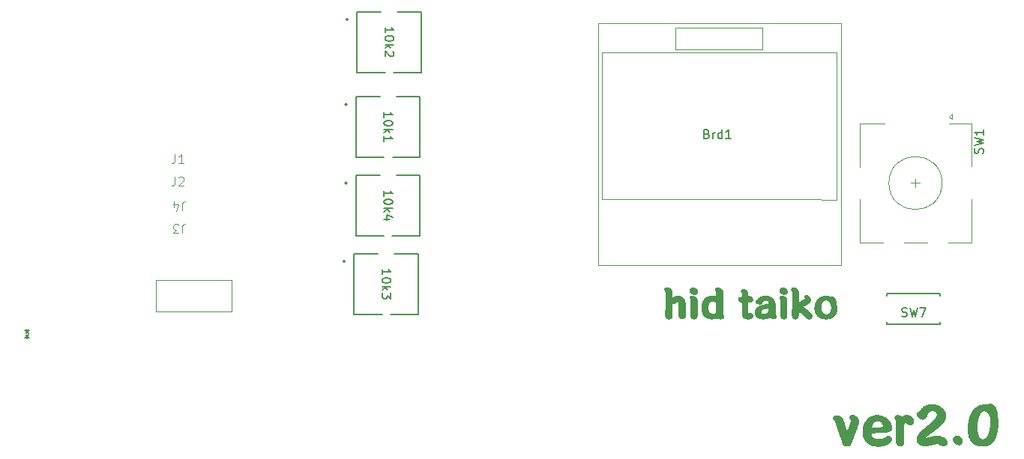
<source format=gbr>
%TF.GenerationSoftware,KiCad,Pcbnew,7.0.9*%
%TF.CreationDate,2024-05-12T00:48:34+09:00*%
%TF.ProjectId,hid taiko opeammm,68696420-7461-4696-9b6f-206f7065616d,rev?*%
%TF.SameCoordinates,Original*%
%TF.FileFunction,Legend,Top*%
%TF.FilePolarity,Positive*%
%FSLAX46Y46*%
G04 Gerber Fmt 4.6, Leading zero omitted, Abs format (unit mm)*
G04 Created by KiCad (PCBNEW 7.0.9) date 2024-05-12 00:48:34*
%MOMM*%
%LPD*%
G01*
G04 APERTURE LIST*
%ADD10C,0.300000*%
%ADD11C,0.150000*%
%ADD12C,0.100000*%
%ADD13C,0.120000*%
%ADD14C,0.152400*%
G04 APERTURE END LIST*
D10*
G36*
X249841303Y-114068290D02*
G01*
X249855065Y-114114416D01*
X249866903Y-114153183D01*
X249879652Y-114192851D01*
X249893471Y-114232722D01*
X249908521Y-114272098D01*
X249924962Y-114310281D01*
X249942954Y-114346572D01*
X249957562Y-114372128D01*
X249980002Y-114406866D01*
X250003726Y-114439279D01*
X250028735Y-114469380D01*
X250068661Y-114510221D01*
X250111487Y-114545922D01*
X250157217Y-114576523D01*
X250205856Y-114602062D01*
X250257410Y-114622577D01*
X250311882Y-114638108D01*
X250369279Y-114648694D01*
X250409169Y-114653022D01*
X250450363Y-114655180D01*
X250471449Y-114655450D01*
X250512503Y-114654778D01*
X250554049Y-114652274D01*
X250595664Y-114647206D01*
X250636924Y-114638841D01*
X250677405Y-114626446D01*
X250716684Y-114609288D01*
X250754338Y-114586634D01*
X250789942Y-114557752D01*
X250823562Y-114519483D01*
X250848842Y-114483202D01*
X250873809Y-114442014D01*
X250898128Y-114397348D01*
X250921467Y-114350635D01*
X250943492Y-114303303D01*
X250963870Y-114256782D01*
X250982268Y-114212503D01*
X250998352Y-114171895D01*
X251015622Y-114125931D01*
X251045245Y-114048599D01*
X251064608Y-113998389D01*
X251086689Y-113941232D01*
X251111252Y-113877690D01*
X251138060Y-113808325D01*
X251166875Y-113733700D01*
X251197461Y-113654375D01*
X251229582Y-113570912D01*
X251262999Y-113483874D01*
X251297477Y-113393823D01*
X251332779Y-113301320D01*
X251368668Y-113206927D01*
X251404906Y-113111206D01*
X251441258Y-113014719D01*
X251477486Y-112918028D01*
X251513353Y-112821695D01*
X251548622Y-112726281D01*
X251583057Y-112632350D01*
X251616422Y-112540461D01*
X251648478Y-112451178D01*
X251678989Y-112365062D01*
X251707718Y-112282675D01*
X251734429Y-112204579D01*
X251758884Y-112131337D01*
X251780848Y-112063508D01*
X251800082Y-112001657D01*
X251816350Y-111946344D01*
X251829415Y-111898132D01*
X251839040Y-111857582D01*
X251847025Y-111801716D01*
X251842331Y-111736614D01*
X251828711Y-111670392D01*
X251806852Y-111603783D01*
X251777446Y-111537522D01*
X251741182Y-111472343D01*
X251698750Y-111408979D01*
X251650840Y-111348167D01*
X251598142Y-111290638D01*
X251541344Y-111237128D01*
X251481138Y-111188371D01*
X251418212Y-111145101D01*
X251353258Y-111108051D01*
X251286963Y-111077957D01*
X251220019Y-111055552D01*
X251153115Y-111041571D01*
X251086941Y-111036748D01*
X251030945Y-111039390D01*
X250979108Y-111047380D01*
X250931724Y-111060808D01*
X250889087Y-111079767D01*
X250851494Y-111104347D01*
X250819237Y-111134642D01*
X250792612Y-111170742D01*
X250771914Y-111212740D01*
X250757436Y-111260727D01*
X250749475Y-111314794D01*
X250747932Y-111354263D01*
X250751275Y-111403009D01*
X250760755Y-111450037D01*
X250775547Y-111494913D01*
X250794827Y-111537201D01*
X250817770Y-111576467D01*
X250843553Y-111612275D01*
X250871351Y-111644191D01*
X250900340Y-111671779D01*
X250887758Y-111711933D01*
X250875110Y-111752146D01*
X250862400Y-111792400D01*
X250849629Y-111832674D01*
X250836801Y-111872948D01*
X250823918Y-111913202D01*
X250810984Y-111953415D01*
X250798002Y-111993569D01*
X250784974Y-112033642D01*
X250771902Y-112073616D01*
X250758791Y-112113469D01*
X250745642Y-112153182D01*
X250732459Y-112192734D01*
X250719245Y-112232106D01*
X250706002Y-112271278D01*
X250692733Y-112310230D01*
X250679442Y-112348941D01*
X250666130Y-112387391D01*
X250652801Y-112425562D01*
X250639458Y-112463431D01*
X250626103Y-112500980D01*
X250612740Y-112538189D01*
X250599371Y-112575036D01*
X250572627Y-112647570D01*
X250545895Y-112718420D01*
X250519197Y-112787427D01*
X250492557Y-112854431D01*
X250479265Y-112887131D01*
X250220368Y-112094808D01*
X250203921Y-112044377D01*
X250187836Y-111994609D01*
X250171988Y-111945565D01*
X250156254Y-111897307D01*
X250140508Y-111849896D01*
X250124626Y-111803393D01*
X250108484Y-111757861D01*
X250091957Y-111713361D01*
X250074920Y-111669955D01*
X250057250Y-111627703D01*
X250038821Y-111586667D01*
X250019508Y-111546910D01*
X249999189Y-111508492D01*
X249977737Y-111471475D01*
X249955029Y-111435921D01*
X249930940Y-111401891D01*
X249905345Y-111369446D01*
X249878120Y-111338649D01*
X249849141Y-111309560D01*
X249818283Y-111282242D01*
X249785421Y-111256756D01*
X249750431Y-111233163D01*
X249713189Y-111211525D01*
X249673569Y-111191903D01*
X249631448Y-111174359D01*
X249586701Y-111158955D01*
X249539203Y-111145752D01*
X249488830Y-111134811D01*
X249435457Y-111126195D01*
X249378961Y-111119964D01*
X249319215Y-111116180D01*
X249256097Y-111114905D01*
X249201182Y-111116843D01*
X249147025Y-111122987D01*
X249094638Y-111133836D01*
X249045037Y-111149887D01*
X248999235Y-111171638D01*
X248958247Y-111199585D01*
X248923087Y-111234226D01*
X248894770Y-111276060D01*
X248874310Y-111325583D01*
X248862720Y-111383292D01*
X248860423Y-111426559D01*
X248863095Y-111481542D01*
X248870666Y-111529639D01*
X248882474Y-111571431D01*
X248897854Y-111607497D01*
X248926168Y-111652128D01*
X248958785Y-111687136D01*
X248993462Y-111714478D01*
X249027959Y-111736108D01*
X249069801Y-111759447D01*
X249107956Y-111786298D01*
X249119321Y-111804647D01*
X249214087Y-112113370D01*
X249227754Y-112158064D01*
X249241461Y-112202752D01*
X249255207Y-112247434D01*
X249268992Y-112292112D01*
X249282816Y-112336784D01*
X249296678Y-112381452D01*
X249310578Y-112426115D01*
X249324515Y-112470774D01*
X249338490Y-112515428D01*
X249352502Y-112560078D01*
X249366550Y-112604724D01*
X249380634Y-112649367D01*
X249394754Y-112694006D01*
X249408909Y-112738641D01*
X249423100Y-112783273D01*
X249437325Y-112827903D01*
X249451585Y-112872529D01*
X249465878Y-112917153D01*
X249480205Y-112961774D01*
X249494566Y-113006393D01*
X249508959Y-113051009D01*
X249523385Y-113095624D01*
X249537843Y-113140237D01*
X249552333Y-113184848D01*
X249566854Y-113229458D01*
X249581407Y-113274067D01*
X249595990Y-113318674D01*
X249610604Y-113363281D01*
X249625248Y-113407887D01*
X249639921Y-113452492D01*
X249654624Y-113497097D01*
X249669356Y-113541702D01*
X249841303Y-114068290D01*
G37*
G36*
X253971828Y-111083410D02*
G01*
X254047961Y-111088538D01*
X254123973Y-111097015D01*
X254199702Y-111108782D01*
X254274987Y-111123783D01*
X254349668Y-111141960D01*
X254423583Y-111163256D01*
X254496571Y-111187613D01*
X254568472Y-111214974D01*
X254639124Y-111245282D01*
X254708367Y-111278479D01*
X254776039Y-111314507D01*
X254841979Y-111353310D01*
X254906026Y-111394829D01*
X254968020Y-111439007D01*
X255027800Y-111485788D01*
X255085203Y-111535113D01*
X255140070Y-111586925D01*
X255192240Y-111641167D01*
X255241550Y-111697781D01*
X255287841Y-111756710D01*
X255330952Y-111817897D01*
X255370720Y-111881283D01*
X255406987Y-111946812D01*
X255439589Y-112014426D01*
X255468367Y-112084067D01*
X255493159Y-112155679D01*
X255513805Y-112229204D01*
X255530143Y-112304584D01*
X255542012Y-112381763D01*
X255549251Y-112460682D01*
X255551700Y-112541284D01*
X255548338Y-112605530D01*
X255538542Y-112664342D01*
X255522746Y-112717965D01*
X255501386Y-112766643D01*
X255474898Y-112810622D01*
X255443715Y-112850146D01*
X255408273Y-112885459D01*
X255369007Y-112916807D01*
X255326352Y-112944434D01*
X255280744Y-112968584D01*
X255232616Y-112989504D01*
X255182405Y-113007436D01*
X255130546Y-113022627D01*
X255077472Y-113035320D01*
X255023621Y-113045761D01*
X254969426Y-113054193D01*
X254907195Y-113062230D01*
X254844726Y-113069533D01*
X254782054Y-113076169D01*
X254719214Y-113082205D01*
X254656243Y-113087709D01*
X254593175Y-113092748D01*
X254530048Y-113097388D01*
X254466896Y-113101699D01*
X254403756Y-113105746D01*
X254340662Y-113109597D01*
X254277652Y-113113319D01*
X254214761Y-113116979D01*
X254152024Y-113120645D01*
X254089478Y-113124385D01*
X254027157Y-113128264D01*
X253965099Y-113132351D01*
X253432650Y-113160683D01*
X253395567Y-113162996D01*
X253351036Y-113165551D01*
X253308404Y-113167392D01*
X253263801Y-113167965D01*
X253223578Y-113165568D01*
X253226811Y-113208798D01*
X253231732Y-113250214D01*
X253246544Y-113327719D01*
X253267825Y-113398314D01*
X253295385Y-113462232D01*
X253329036Y-113519704D01*
X253368589Y-113570962D01*
X253413855Y-113616238D01*
X253464645Y-113655764D01*
X253520771Y-113689771D01*
X253582042Y-113718492D01*
X253648271Y-113742158D01*
X253719269Y-113761002D01*
X253794845Y-113775254D01*
X253834292Y-113780731D01*
X253874813Y-113785147D01*
X253916384Y-113788532D01*
X253958982Y-113790913D01*
X254002584Y-113792321D01*
X254047165Y-113792784D01*
X254111382Y-113791850D01*
X254171043Y-113789021D01*
X254226701Y-113784257D01*
X254278905Y-113777519D01*
X254328207Y-113768765D01*
X254375158Y-113757956D01*
X254420308Y-113745053D01*
X254464209Y-113730013D01*
X254507412Y-113712799D01*
X254550467Y-113693369D01*
X254593926Y-113671684D01*
X254638339Y-113647704D01*
X254684258Y-113621387D01*
X254732233Y-113592696D01*
X254782816Y-113561588D01*
X254836557Y-113528025D01*
X254870969Y-113507222D01*
X254906136Y-113487633D01*
X254942173Y-113469738D01*
X254979195Y-113454019D01*
X255017316Y-113440956D01*
X255056651Y-113431030D01*
X255097313Y-113424721D01*
X255139419Y-113422512D01*
X255177379Y-113424721D01*
X255232750Y-113435893D01*
X255285552Y-113455668D01*
X255335019Y-113483119D01*
X255380381Y-113517320D01*
X255420872Y-113557342D01*
X255455723Y-113602259D01*
X255484166Y-113651143D01*
X255505433Y-113703067D01*
X255518756Y-113757102D01*
X255523368Y-113812323D01*
X255520643Y-113857119D01*
X255512927Y-113901228D01*
X255500906Y-113944421D01*
X255485266Y-113986468D01*
X255466696Y-114027143D01*
X255445882Y-114066214D01*
X255423511Y-114103453D01*
X255400270Y-114138632D01*
X255370851Y-114175562D01*
X255339797Y-114210899D01*
X255307185Y-114244672D01*
X255273094Y-114276908D01*
X255237599Y-114307633D01*
X255200778Y-114336876D01*
X255162708Y-114364665D01*
X255123466Y-114391026D01*
X255083130Y-114415988D01*
X255041776Y-114439578D01*
X254999481Y-114461823D01*
X254956322Y-114482751D01*
X254912378Y-114502390D01*
X254867723Y-114520766D01*
X254822437Y-114537909D01*
X254776596Y-114553845D01*
X254730276Y-114568601D01*
X254683556Y-114582206D01*
X254636512Y-114594687D01*
X254589221Y-114606071D01*
X254541761Y-114616386D01*
X254494208Y-114625659D01*
X254446640Y-114633919D01*
X254399134Y-114641192D01*
X254351766Y-114647506D01*
X254304614Y-114652889D01*
X254257756Y-114657369D01*
X254211267Y-114660972D01*
X254165226Y-114663726D01*
X254119709Y-114665660D01*
X254074793Y-114666799D01*
X254030556Y-114667173D01*
X253924139Y-114665303D01*
X253820520Y-114659707D01*
X253719736Y-114650412D01*
X253621825Y-114637441D01*
X253526826Y-114620819D01*
X253434777Y-114600571D01*
X253345715Y-114576722D01*
X253259680Y-114549296D01*
X253176708Y-114518318D01*
X253096839Y-114483812D01*
X253020110Y-114445804D01*
X252946559Y-114404318D01*
X252876224Y-114359379D01*
X252809144Y-114311011D01*
X252745357Y-114259240D01*
X252684900Y-114204089D01*
X252627812Y-114145583D01*
X252574131Y-114083748D01*
X252523896Y-114018608D01*
X252477143Y-113950187D01*
X252433911Y-113878510D01*
X252394239Y-113803603D01*
X252358165Y-113725488D01*
X252325726Y-113644193D01*
X252296960Y-113559740D01*
X252271907Y-113472155D01*
X252250603Y-113381462D01*
X252233087Y-113287686D01*
X252219397Y-113190852D01*
X252209572Y-113090984D01*
X252203648Y-112988107D01*
X252201666Y-112882247D01*
X252202237Y-112833060D01*
X252203948Y-112784239D01*
X252206793Y-112735787D01*
X252210767Y-112687709D01*
X252215865Y-112640010D01*
X252222080Y-112592694D01*
X252229409Y-112545765D01*
X252232877Y-112526629D01*
X253250933Y-112526629D01*
X253309022Y-112526181D01*
X253368192Y-112524873D01*
X253428359Y-112522765D01*
X253489436Y-112519912D01*
X253551337Y-112516373D01*
X253613977Y-112512203D01*
X253677269Y-112507462D01*
X253741128Y-112502205D01*
X253805468Y-112496490D01*
X253870203Y-112490374D01*
X253935247Y-112483915D01*
X254000514Y-112477170D01*
X254065919Y-112470195D01*
X254131375Y-112463049D01*
X254196797Y-112455789D01*
X254262098Y-112448471D01*
X254271687Y-112447153D01*
X254312132Y-112442239D01*
X254356072Y-112437127D01*
X254404677Y-112431474D01*
X254452750Y-112425749D01*
X254495092Y-112420422D01*
X254542489Y-112412323D01*
X254541564Y-112388418D01*
X254535970Y-112344986D01*
X254526318Y-112300783D01*
X254513774Y-112257280D01*
X254499502Y-112215952D01*
X254481055Y-112167878D01*
X254460504Y-112121930D01*
X254437829Y-112078243D01*
X254413010Y-112036953D01*
X254386027Y-111998192D01*
X254356861Y-111962096D01*
X254325490Y-111928799D01*
X254291896Y-111898436D01*
X254256058Y-111871142D01*
X254217955Y-111847050D01*
X254177569Y-111826295D01*
X254134878Y-111809013D01*
X254089864Y-111795337D01*
X254042505Y-111785402D01*
X253992782Y-111779342D01*
X253940675Y-111777292D01*
X253899786Y-111778429D01*
X253860446Y-111781790D01*
X253786296Y-111794864D01*
X253717982Y-111815887D01*
X253655262Y-111844230D01*
X253597894Y-111879264D01*
X253545637Y-111920363D01*
X253498248Y-111966897D01*
X253455486Y-112018237D01*
X253417109Y-112073757D01*
X253382876Y-112132827D01*
X253352543Y-112194820D01*
X253325870Y-112259107D01*
X253302614Y-112325059D01*
X253282534Y-112392049D01*
X253265387Y-112459449D01*
X253250933Y-112526629D01*
X252232877Y-112526629D01*
X252237844Y-112499228D01*
X252247382Y-112453088D01*
X252258016Y-112407348D01*
X252269741Y-112362014D01*
X252282552Y-112317090D01*
X252296444Y-112272580D01*
X252311410Y-112228488D01*
X252327447Y-112184820D01*
X252344548Y-112141580D01*
X252362708Y-112098772D01*
X252381921Y-112056401D01*
X252402183Y-112014470D01*
X252423488Y-111972986D01*
X252445830Y-111931951D01*
X252469205Y-111891371D01*
X252493606Y-111851250D01*
X252519029Y-111811593D01*
X252545468Y-111772403D01*
X252572917Y-111733686D01*
X252601372Y-111695446D01*
X252630827Y-111657687D01*
X252661277Y-111620414D01*
X252692715Y-111583632D01*
X252725138Y-111547344D01*
X252758539Y-111511556D01*
X252787244Y-111482129D01*
X252816562Y-111453920D01*
X252846475Y-111426911D01*
X252876967Y-111401082D01*
X252908019Y-111376415D01*
X252939615Y-111352891D01*
X252971738Y-111330493D01*
X253037494Y-111288996D01*
X253105151Y-111251775D01*
X253174572Y-111218682D01*
X253245618Y-111189567D01*
X253318152Y-111164281D01*
X253392037Y-111142677D01*
X253467136Y-111124604D01*
X253543312Y-111109915D01*
X253620426Y-111098460D01*
X253659292Y-111093898D01*
X253698341Y-111090090D01*
X253737556Y-111087016D01*
X253776920Y-111084657D01*
X253816416Y-111082995D01*
X253856026Y-111082012D01*
X253895734Y-111081688D01*
X253971828Y-111083410D01*
G37*
G36*
X256911645Y-112266755D02*
G01*
X256920912Y-112226728D01*
X256935657Y-112185312D01*
X256955320Y-112138070D01*
X256972296Y-112101885D01*
X256996570Y-112056731D01*
X257021195Y-112019791D01*
X257049944Y-111992947D01*
X257060144Y-111990272D01*
X257102906Y-112007515D01*
X257136379Y-112031335D01*
X257175441Y-112062084D01*
X257219871Y-112097165D01*
X257252363Y-112121674D01*
X257287077Y-112146184D01*
X257323946Y-112169924D01*
X257362904Y-112192124D01*
X257403886Y-112212014D01*
X257446825Y-112228824D01*
X257491657Y-112241785D01*
X257538314Y-112250126D01*
X257586732Y-112253077D01*
X257635743Y-112250393D01*
X257682660Y-112242554D01*
X257727336Y-112229874D01*
X257769624Y-112212670D01*
X257809376Y-112191259D01*
X257846444Y-112165957D01*
X257880682Y-112137079D01*
X257911941Y-112104944D01*
X257940075Y-112069865D01*
X257964936Y-112032161D01*
X257986377Y-111992147D01*
X258004250Y-111950140D01*
X258018407Y-111906455D01*
X258028703Y-111861409D01*
X258034988Y-111815318D01*
X258037116Y-111768499D01*
X258032119Y-111691274D01*
X258017613Y-111617631D01*
X257994322Y-111547764D01*
X257962973Y-111481865D01*
X257924291Y-111420128D01*
X257879001Y-111362745D01*
X257827829Y-111309911D01*
X257771502Y-111261817D01*
X257710743Y-111218659D01*
X257646279Y-111180628D01*
X257578836Y-111147917D01*
X257509139Y-111120721D01*
X257437913Y-111099232D01*
X257365885Y-111083644D01*
X257293779Y-111074149D01*
X257222322Y-111070942D01*
X257164683Y-111072785D01*
X257108355Y-111078270D01*
X257053463Y-111087330D01*
X257000133Y-111099896D01*
X256948490Y-111115901D01*
X256898660Y-111135277D01*
X256850769Y-111157957D01*
X256804941Y-111183873D01*
X256761303Y-111212958D01*
X256719980Y-111245143D01*
X256693780Y-111268290D01*
X256655005Y-111239491D01*
X256613561Y-111211622D01*
X256569668Y-111185100D01*
X256523541Y-111160338D01*
X256475398Y-111137754D01*
X256425458Y-111117761D01*
X256373936Y-111100776D01*
X256321050Y-111087214D01*
X256267018Y-111077490D01*
X256212058Y-111072020D01*
X256175008Y-111070942D01*
X256120528Y-111073224D01*
X256068995Y-111080234D01*
X256020937Y-111092220D01*
X255976880Y-111109427D01*
X255937350Y-111132101D01*
X255902873Y-111160490D01*
X255873977Y-111194838D01*
X255851188Y-111235393D01*
X255835032Y-111282401D01*
X255826036Y-111336108D01*
X255824275Y-111375757D01*
X255827753Y-111432012D01*
X255837259Y-111479275D01*
X255851401Y-111519117D01*
X255875066Y-111563406D01*
X255901203Y-111601012D01*
X255926517Y-111635656D01*
X255947709Y-111671058D01*
X255961482Y-111710940D01*
X255964959Y-111746029D01*
X255964942Y-111811164D01*
X255964892Y-111876326D01*
X255964810Y-111941513D01*
X255964696Y-112006724D01*
X255964552Y-112071956D01*
X255964380Y-112137207D01*
X255964179Y-112202477D01*
X255963952Y-112267762D01*
X255963699Y-112333062D01*
X255963421Y-112398374D01*
X255963120Y-112463697D01*
X255962796Y-112529029D01*
X255962450Y-112594369D01*
X255962084Y-112659713D01*
X255961699Y-112725061D01*
X255961296Y-112790411D01*
X255960875Y-112855761D01*
X255960438Y-112921109D01*
X255959987Y-112986454D01*
X255959521Y-113051793D01*
X255959043Y-113117125D01*
X255958552Y-113182448D01*
X255958051Y-113247761D01*
X255957540Y-113313060D01*
X255957021Y-113378346D01*
X255956494Y-113443615D01*
X255955961Y-113508867D01*
X255955422Y-113574099D01*
X255954880Y-113639309D01*
X255954333Y-113704496D01*
X255953785Y-113769658D01*
X255953236Y-113834794D01*
X255952992Y-113896013D01*
X255954766Y-113960657D01*
X255959019Y-114027708D01*
X255966211Y-114096149D01*
X255976804Y-114164962D01*
X255991257Y-114233129D01*
X256010033Y-114299633D01*
X256033592Y-114363457D01*
X256062394Y-114423583D01*
X256096900Y-114478994D01*
X256137572Y-114528671D01*
X256184870Y-114571598D01*
X256239254Y-114606757D01*
X256301186Y-114633130D01*
X256371127Y-114649700D01*
X256449537Y-114655450D01*
X256504408Y-114652860D01*
X256556815Y-114645139D01*
X256606614Y-114632360D01*
X256653659Y-114614594D01*
X256697807Y-114591915D01*
X256738912Y-114564394D01*
X256776829Y-114532105D01*
X256811413Y-114495119D01*
X256842520Y-114453510D01*
X256870005Y-114407349D01*
X256886243Y-114374082D01*
X256898484Y-114336467D01*
X256908438Y-114285530D01*
X256913919Y-114245656D01*
X256918559Y-114202090D01*
X256922428Y-114155723D01*
X256925595Y-114107447D01*
X256928131Y-114058154D01*
X256930106Y-114008734D01*
X256931591Y-113960081D01*
X256932654Y-113913084D01*
X256933367Y-113868637D01*
X256933799Y-113827629D01*
X256934076Y-113774519D01*
X256934115Y-113734166D01*
X256933863Y-113664579D01*
X256933149Y-113595037D01*
X256932041Y-113525538D01*
X256930604Y-113456080D01*
X256928903Y-113386662D01*
X256927005Y-113317283D01*
X256924975Y-113247941D01*
X256922880Y-113178635D01*
X256920784Y-113109364D01*
X256918754Y-113040125D01*
X256916856Y-112970917D01*
X256915156Y-112901740D01*
X256913718Y-112832592D01*
X256912610Y-112763470D01*
X256911897Y-112694374D01*
X256911645Y-112625303D01*
X256911645Y-112266755D01*
G37*
G36*
X259261261Y-113698018D02*
G01*
X259288493Y-113659172D01*
X259317220Y-113629534D01*
X259352185Y-113597973D01*
X259391490Y-113565405D01*
X259422673Y-113540869D01*
X259454426Y-113516667D01*
X259485948Y-113493187D01*
X259526229Y-113463670D01*
X259535790Y-113456706D01*
X259596681Y-113412567D01*
X259657698Y-113368431D01*
X259718806Y-113324278D01*
X259779972Y-113280088D01*
X259841160Y-113235840D01*
X259902337Y-113191515D01*
X259963469Y-113147093D01*
X260024520Y-113102554D01*
X260085456Y-113057877D01*
X260146244Y-113013042D01*
X260206849Y-112968031D01*
X260267236Y-112922821D01*
X260327371Y-112877395D01*
X260387220Y-112831730D01*
X260446749Y-112785808D01*
X260505922Y-112739609D01*
X260546606Y-112707440D01*
X260588849Y-112673968D01*
X260632464Y-112639226D01*
X260677264Y-112603243D01*
X260723063Y-112566052D01*
X260769672Y-112527683D01*
X260816906Y-112488169D01*
X260864578Y-112447540D01*
X260912500Y-112405828D01*
X260960485Y-112363063D01*
X261008347Y-112319278D01*
X261055898Y-112274504D01*
X261102952Y-112228771D01*
X261149322Y-112182111D01*
X261194821Y-112134556D01*
X261239262Y-112086137D01*
X261282457Y-112036885D01*
X261324221Y-111986831D01*
X261364365Y-111936007D01*
X261402704Y-111884444D01*
X261439050Y-111832173D01*
X261473216Y-111779226D01*
X261505015Y-111725634D01*
X261534261Y-111671428D01*
X261560766Y-111616639D01*
X261584344Y-111561300D01*
X261604807Y-111505440D01*
X261621969Y-111449092D01*
X261635643Y-111392287D01*
X261645641Y-111335056D01*
X261651777Y-111277430D01*
X261653864Y-111219441D01*
X261652659Y-111164853D01*
X261649066Y-111110507D01*
X261643119Y-111056488D01*
X261634853Y-111002886D01*
X261624300Y-110949785D01*
X261611495Y-110897274D01*
X261596471Y-110845439D01*
X261579263Y-110794367D01*
X261559903Y-110744145D01*
X261538427Y-110694861D01*
X261522950Y-110662568D01*
X261495190Y-110610054D01*
X261465624Y-110559481D01*
X261434310Y-110510829D01*
X261401307Y-110464082D01*
X261366675Y-110419221D01*
X261330473Y-110376228D01*
X261292760Y-110335086D01*
X261253596Y-110295776D01*
X261213038Y-110258281D01*
X261171148Y-110222582D01*
X261127984Y-110188663D01*
X261083604Y-110156504D01*
X261038070Y-110126088D01*
X260991438Y-110097398D01*
X260943770Y-110070415D01*
X260895123Y-110045122D01*
X260845558Y-110021500D01*
X260795133Y-109999531D01*
X260743908Y-109979199D01*
X260691942Y-109960484D01*
X260639294Y-109943369D01*
X260586023Y-109927836D01*
X260532188Y-109913868D01*
X260477850Y-109901446D01*
X260423066Y-109890552D01*
X260367896Y-109881169D01*
X260312400Y-109873278D01*
X260256636Y-109866863D01*
X260200664Y-109861904D01*
X260144543Y-109858384D01*
X260088333Y-109856285D01*
X260032091Y-109855589D01*
X259982564Y-109856116D01*
X259933635Y-109857706D01*
X259885307Y-109860375D01*
X259837582Y-109864140D01*
X259790465Y-109869016D01*
X259743957Y-109875019D01*
X259698062Y-109882165D01*
X259652782Y-109890470D01*
X259608121Y-109899950D01*
X259564080Y-109910621D01*
X259520663Y-109922499D01*
X259477874Y-109935600D01*
X259435714Y-109949939D01*
X259394186Y-109965533D01*
X259353294Y-109982397D01*
X259313040Y-110000547D01*
X259273428Y-110020000D01*
X259234459Y-110040771D01*
X259196137Y-110062877D01*
X259158465Y-110086332D01*
X259121446Y-110111153D01*
X259085082Y-110137356D01*
X259049376Y-110164958D01*
X259014331Y-110193972D01*
X258979951Y-110224417D01*
X258946237Y-110256307D01*
X258913193Y-110289659D01*
X258880822Y-110324488D01*
X258849126Y-110360810D01*
X258818109Y-110398642D01*
X258787773Y-110437999D01*
X258758121Y-110478897D01*
X258735179Y-110511667D01*
X258709226Y-110549086D01*
X258680823Y-110588841D01*
X258650532Y-110628618D01*
X258618912Y-110666105D01*
X258586525Y-110698990D01*
X258553932Y-110724960D01*
X258521693Y-110741702D01*
X258476243Y-110758107D01*
X258437262Y-110777133D01*
X258404623Y-110799662D01*
X258372552Y-110834094D01*
X258349949Y-110877098D01*
X258338517Y-110918832D01*
X258332862Y-110968036D01*
X258332161Y-110995715D01*
X258336372Y-111056862D01*
X258348586Y-111116605D01*
X258368174Y-111174594D01*
X258394504Y-111230478D01*
X258426948Y-111283906D01*
X258464877Y-111334527D01*
X258507659Y-111381992D01*
X258554666Y-111425949D01*
X258605268Y-111466047D01*
X258658836Y-111501937D01*
X258714739Y-111533267D01*
X258772348Y-111559687D01*
X258831033Y-111580846D01*
X258890164Y-111596394D01*
X258949113Y-111605980D01*
X259007248Y-111609253D01*
X259067800Y-111606489D01*
X259123110Y-111598435D01*
X259173531Y-111585441D01*
X259219413Y-111567861D01*
X259261109Y-111546048D01*
X259298969Y-111520355D01*
X259333346Y-111491134D01*
X259364591Y-111458738D01*
X259393055Y-111423520D01*
X259419090Y-111385833D01*
X259443047Y-111346029D01*
X259465278Y-111304461D01*
X259486135Y-111261482D01*
X259505968Y-111217444D01*
X259525130Y-111172702D01*
X259543972Y-111127606D01*
X259562845Y-111082510D01*
X259582102Y-111037767D01*
X259602093Y-110993730D01*
X259623170Y-110950751D01*
X259645684Y-110909183D01*
X259669988Y-110869379D01*
X259696432Y-110831692D01*
X259725368Y-110796474D01*
X259757148Y-110764078D01*
X259792123Y-110734857D01*
X259830645Y-110709163D01*
X259873064Y-110687351D01*
X259919734Y-110669771D01*
X259971005Y-110656777D01*
X260027228Y-110648722D01*
X260088756Y-110645959D01*
X260130986Y-110647762D01*
X260174174Y-110653101D01*
X260217811Y-110661872D01*
X260261390Y-110673971D01*
X260304401Y-110689292D01*
X260346338Y-110707731D01*
X260386693Y-110729185D01*
X260424956Y-110753548D01*
X260460620Y-110780716D01*
X260493178Y-110810584D01*
X260522120Y-110843049D01*
X260546940Y-110878005D01*
X260567128Y-110915348D01*
X260582178Y-110954974D01*
X260591580Y-110996778D01*
X260594827Y-111040655D01*
X260586653Y-111113707D01*
X260576759Y-111151832D01*
X260563279Y-111190882D01*
X260546431Y-111230751D01*
X260526428Y-111271334D01*
X260503485Y-111312525D01*
X260477819Y-111354217D01*
X260449644Y-111396307D01*
X260419176Y-111438687D01*
X260386629Y-111481252D01*
X260352219Y-111523896D01*
X260316161Y-111566513D01*
X260278671Y-111608999D01*
X260239963Y-111651246D01*
X260200252Y-111693150D01*
X260159755Y-111734605D01*
X260118686Y-111775504D01*
X260077260Y-111815743D01*
X260035692Y-111855215D01*
X259994198Y-111893815D01*
X259952993Y-111931437D01*
X259912292Y-111967975D01*
X259872311Y-112003323D01*
X259833264Y-112037377D01*
X259795366Y-112070030D01*
X259758834Y-112101176D01*
X259723882Y-112130709D01*
X259690725Y-112158525D01*
X259659578Y-112184517D01*
X259604178Y-112230607D01*
X259548365Y-112275861D01*
X259492351Y-112321167D01*
X259436208Y-112366576D01*
X259380009Y-112412140D01*
X259323827Y-112457910D01*
X259267735Y-112503937D01*
X259211807Y-112550274D01*
X259156114Y-112596971D01*
X259100731Y-112644080D01*
X259045730Y-112691653D01*
X258991184Y-112739741D01*
X258937166Y-112788396D01*
X258883749Y-112837669D01*
X258831006Y-112887612D01*
X258779010Y-112938276D01*
X258727834Y-112989713D01*
X258686687Y-113032658D01*
X258646223Y-113076864D01*
X258606715Y-113122332D01*
X258568435Y-113169064D01*
X258531655Y-113217061D01*
X258496647Y-113266324D01*
X258463682Y-113316855D01*
X258433033Y-113368656D01*
X258404972Y-113421728D01*
X258379769Y-113476071D01*
X258357698Y-113531689D01*
X258339030Y-113588582D01*
X258324038Y-113646751D01*
X258312992Y-113706198D01*
X258306165Y-113766924D01*
X258303829Y-113828932D01*
X258305133Y-113879137D01*
X258308994Y-113927547D01*
X258315336Y-113974175D01*
X258324084Y-114019033D01*
X258335161Y-114062135D01*
X258348490Y-114103495D01*
X258363997Y-114143125D01*
X258381605Y-114181038D01*
X258401238Y-114217249D01*
X258422820Y-114251770D01*
X258446275Y-114284614D01*
X258471526Y-114315796D01*
X258498499Y-114345327D01*
X258527117Y-114373221D01*
X258557303Y-114399491D01*
X258588982Y-114424152D01*
X258622078Y-114447215D01*
X258656515Y-114468694D01*
X258692217Y-114488603D01*
X258729107Y-114506954D01*
X258767110Y-114523761D01*
X258806150Y-114539037D01*
X258846150Y-114552795D01*
X258887035Y-114565049D01*
X258928728Y-114575812D01*
X258971154Y-114585097D01*
X259014237Y-114592917D01*
X259057900Y-114599285D01*
X259102068Y-114604215D01*
X259146663Y-114607721D01*
X259191612Y-114609814D01*
X259236837Y-114610509D01*
X259308210Y-114609224D01*
X259379772Y-114605494D01*
X259451460Y-114599509D01*
X259523211Y-114591458D01*
X259594962Y-114581529D01*
X259666651Y-114569911D01*
X259738213Y-114556794D01*
X259809586Y-114542365D01*
X259880707Y-114526815D01*
X259951514Y-114510331D01*
X260021943Y-114493103D01*
X260091931Y-114475321D01*
X260161415Y-114457171D01*
X260230332Y-114438844D01*
X260298620Y-114420529D01*
X260366215Y-114402414D01*
X260411364Y-114389562D01*
X260450365Y-114379086D01*
X260490047Y-114369563D01*
X260529871Y-114361686D01*
X260569301Y-114356148D01*
X260615343Y-114353565D01*
X260669377Y-114359917D01*
X260722829Y-114377278D01*
X260758668Y-114393713D01*
X260795039Y-114413159D01*
X260832259Y-114434864D01*
X260870644Y-114458074D01*
X260910511Y-114482037D01*
X260952174Y-114506000D01*
X260995952Y-114529210D01*
X261042159Y-114550915D01*
X261091113Y-114570362D01*
X261143129Y-114586797D01*
X261198525Y-114599468D01*
X261257615Y-114607623D01*
X261320717Y-114610509D01*
X261369790Y-114609315D01*
X261417553Y-114605628D01*
X261463751Y-114599290D01*
X261508127Y-114590145D01*
X261550425Y-114578035D01*
X261590389Y-114562801D01*
X261627763Y-114544288D01*
X261662290Y-114522337D01*
X261693715Y-114496791D01*
X261721780Y-114467493D01*
X261746231Y-114434285D01*
X261766811Y-114397010D01*
X261783263Y-114355510D01*
X261795332Y-114309628D01*
X261802761Y-114259207D01*
X261805294Y-114204089D01*
X261803213Y-114154571D01*
X261797092Y-114106761D01*
X261787117Y-114060651D01*
X261773474Y-114016232D01*
X261756347Y-113973494D01*
X261735923Y-113932428D01*
X261712385Y-113893027D01*
X261685921Y-113855280D01*
X261656714Y-113819178D01*
X261624951Y-113784714D01*
X261590816Y-113751877D01*
X261554495Y-113720660D01*
X261516174Y-113691052D01*
X261476037Y-113663046D01*
X261434270Y-113636631D01*
X261391058Y-113611800D01*
X261346588Y-113588543D01*
X261301043Y-113566851D01*
X261254609Y-113546716D01*
X261207472Y-113528128D01*
X261159817Y-113511078D01*
X261111829Y-113495558D01*
X261063694Y-113481558D01*
X261015596Y-113469071D01*
X260967722Y-113458085D01*
X260920257Y-113448594D01*
X260873385Y-113440587D01*
X260827293Y-113434056D01*
X260782165Y-113428992D01*
X260738187Y-113425386D01*
X260695544Y-113423229D01*
X260654422Y-113422512D01*
X260576144Y-113424246D01*
X260536585Y-113426357D01*
X260496779Y-113429246D01*
X260456749Y-113432873D01*
X260416520Y-113437201D01*
X260376117Y-113442192D01*
X260335563Y-113447806D01*
X260294883Y-113454006D01*
X260254102Y-113460752D01*
X260213244Y-113468007D01*
X260172332Y-113475732D01*
X260131392Y-113483888D01*
X260090448Y-113492437D01*
X260049524Y-113501341D01*
X260008644Y-113510561D01*
X259967833Y-113520059D01*
X259927115Y-113529796D01*
X259886514Y-113539733D01*
X259846055Y-113549833D01*
X259805761Y-113560056D01*
X259765659Y-113570365D01*
X259725770Y-113580721D01*
X259686121Y-113591085D01*
X259646735Y-113601419D01*
X259607637Y-113611685D01*
X259568851Y-113621843D01*
X259530401Y-113631856D01*
X259492312Y-113641686D01*
X259417313Y-113660639D01*
X259380451Y-113669685D01*
X259342122Y-113680094D01*
X259304107Y-113689162D01*
X259265300Y-113697241D01*
X259261261Y-113698018D01*
G37*
G36*
X263084150Y-114499134D02*
G01*
X263137750Y-114496938D01*
X263187570Y-114490446D01*
X263233654Y-114479808D01*
X263276048Y-114465169D01*
X263314796Y-114446678D01*
X263349941Y-114424482D01*
X263381529Y-114398728D01*
X263409603Y-114369563D01*
X263434209Y-114337136D01*
X263455389Y-114301593D01*
X263473190Y-114263082D01*
X263487654Y-114221751D01*
X263498827Y-114177746D01*
X263506753Y-114131215D01*
X263511476Y-114082305D01*
X263513040Y-114031165D01*
X263509729Y-113966479D01*
X263500017Y-113903447D01*
X263484234Y-113842415D01*
X263462711Y-113783732D01*
X263435778Y-113727744D01*
X263403766Y-113674801D01*
X263367006Y-113625250D01*
X263325828Y-113579438D01*
X263280563Y-113537713D01*
X263231541Y-113500423D01*
X263179093Y-113467916D01*
X263123549Y-113440540D01*
X263065241Y-113418642D01*
X263004498Y-113402570D01*
X262941652Y-113392671D01*
X262877032Y-113389295D01*
X262828145Y-113391641D01*
X262780909Y-113398543D01*
X262735530Y-113409793D01*
X262692216Y-113425183D01*
X262651175Y-113444506D01*
X262612614Y-113467554D01*
X262576741Y-113494119D01*
X262543763Y-113523995D01*
X262513887Y-113556973D01*
X262487321Y-113592846D01*
X262464274Y-113631407D01*
X262444951Y-113672448D01*
X262429561Y-113715762D01*
X262418311Y-113761141D01*
X262411409Y-113808377D01*
X262409063Y-113857264D01*
X262413134Y-113919534D01*
X262424967Y-113980775D01*
X262443987Y-114040572D01*
X262469620Y-114098515D01*
X262501292Y-114154191D01*
X262538429Y-114207188D01*
X262580458Y-114257093D01*
X262626805Y-114303496D01*
X262676896Y-114345982D01*
X262730156Y-114384142D01*
X262786013Y-114417561D01*
X262843891Y-114445828D01*
X262903218Y-114468531D01*
X262963419Y-114485258D01*
X263023921Y-114495596D01*
X263084150Y-114499134D01*
G37*
G36*
X266667639Y-109796482D02*
G01*
X266714240Y-109803504D01*
X266760337Y-109814648D01*
X266805678Y-109829455D01*
X266850012Y-109847468D01*
X266893087Y-109868229D01*
X266934650Y-109891279D01*
X266974450Y-109916161D01*
X267028060Y-109954636D01*
X267078917Y-109996630D01*
X267126923Y-110041907D01*
X267171981Y-110090230D01*
X267213994Y-110141365D01*
X267252864Y-110195073D01*
X267288494Y-110251121D01*
X267320786Y-110309270D01*
X267349644Y-110369286D01*
X267374970Y-110430932D01*
X267396667Y-110493972D01*
X267414637Y-110558169D01*
X267428783Y-110623288D01*
X267439007Y-110689093D01*
X267445214Y-110755347D01*
X267447304Y-110821814D01*
X267446362Y-110855972D01*
X267443965Y-110896461D01*
X267442419Y-110939050D01*
X267452189Y-110975198D01*
X267466250Y-111038207D01*
X267478813Y-111101546D01*
X267489960Y-111165180D01*
X267499771Y-111229074D01*
X267508328Y-111293190D01*
X267515713Y-111357494D01*
X267522008Y-111421949D01*
X267527294Y-111486521D01*
X267531652Y-111551172D01*
X267535165Y-111615868D01*
X267537913Y-111680573D01*
X267539979Y-111745250D01*
X267541444Y-111809865D01*
X267542389Y-111874380D01*
X267542896Y-111938761D01*
X267543047Y-112002972D01*
X267542180Y-112117755D01*
X267539463Y-112233473D01*
X267534723Y-112349827D01*
X267527788Y-112466517D01*
X267518485Y-112583241D01*
X267506642Y-112699701D01*
X267492086Y-112815594D01*
X267474644Y-112930622D01*
X267454144Y-113044483D01*
X267430413Y-113156878D01*
X267403278Y-113267505D01*
X267372568Y-113376066D01*
X267338108Y-113482258D01*
X267299727Y-113585782D01*
X267257252Y-113686338D01*
X267210511Y-113783625D01*
X267159330Y-113877342D01*
X267103537Y-113967191D01*
X267042959Y-114052869D01*
X266977425Y-114134077D01*
X266906760Y-114210514D01*
X266830793Y-114281881D01*
X266749351Y-114347876D01*
X266662262Y-114408200D01*
X266569352Y-114462551D01*
X266470449Y-114510630D01*
X266365380Y-114552136D01*
X266253974Y-114586770D01*
X266136056Y-114614229D01*
X266011455Y-114634216D01*
X265879998Y-114646427D01*
X265741512Y-114650565D01*
X265634751Y-114648105D01*
X265531885Y-114640798D01*
X265432879Y-114628757D01*
X265337700Y-114612093D01*
X265246317Y-114590916D01*
X265158694Y-114565338D01*
X265074801Y-114535470D01*
X264994602Y-114501424D01*
X264918066Y-114463311D01*
X264845159Y-114421241D01*
X264775848Y-114375327D01*
X264710099Y-114325680D01*
X264647881Y-114272410D01*
X264589159Y-114215630D01*
X264533901Y-114155450D01*
X264482074Y-114091981D01*
X264433644Y-114025336D01*
X264388578Y-113955625D01*
X264346844Y-113882959D01*
X264308408Y-113807450D01*
X264273236Y-113729209D01*
X264241297Y-113648347D01*
X264212557Y-113564976D01*
X264186983Y-113479207D01*
X264164541Y-113391150D01*
X264145199Y-113300918D01*
X264128923Y-113208622D01*
X264115681Y-113114373D01*
X264105439Y-113018281D01*
X264098164Y-112920460D01*
X264093824Y-112821018D01*
X264092384Y-112720069D01*
X264092637Y-112662402D01*
X264093409Y-112604285D01*
X264094723Y-112545759D01*
X264096599Y-112486865D01*
X264097383Y-112468011D01*
X265196362Y-112468011D01*
X265197511Y-112540351D01*
X265199029Y-112581546D01*
X265201249Y-112625687D01*
X265204225Y-112672466D01*
X265208012Y-112721581D01*
X265212664Y-112772726D01*
X265218237Y-112825597D01*
X265224784Y-112879890D01*
X265232360Y-112935298D01*
X265241020Y-112991518D01*
X265250819Y-113048246D01*
X265261810Y-113105176D01*
X265274048Y-113162004D01*
X265287589Y-113218425D01*
X265302486Y-113274134D01*
X265318794Y-113328828D01*
X265336567Y-113382200D01*
X265355861Y-113433948D01*
X265376730Y-113483765D01*
X265399228Y-113531348D01*
X265423409Y-113576391D01*
X265449330Y-113618591D01*
X265477043Y-113657641D01*
X265506604Y-113693239D01*
X265538067Y-113725078D01*
X265571486Y-113752855D01*
X265606917Y-113776265D01*
X265644414Y-113795003D01*
X265684031Y-113808764D01*
X265725823Y-113817245D01*
X265769844Y-113820139D01*
X265818634Y-113817806D01*
X265865556Y-113810952D01*
X265910646Y-113799798D01*
X265953937Y-113784562D01*
X265995462Y-113765464D01*
X266035256Y-113742724D01*
X266073352Y-113716561D01*
X266109784Y-113687195D01*
X266144587Y-113654844D01*
X266177793Y-113619730D01*
X266209437Y-113582071D01*
X266239552Y-113542086D01*
X266268172Y-113499995D01*
X266295332Y-113456018D01*
X266321064Y-113410374D01*
X266345403Y-113363283D01*
X266368382Y-113314964D01*
X266390035Y-113265636D01*
X266410397Y-113215520D01*
X266429500Y-113164834D01*
X266447379Y-113113798D01*
X266464068Y-113062632D01*
X266479600Y-113011554D01*
X266494009Y-112960786D01*
X266507329Y-112910545D01*
X266519594Y-112861053D01*
X266530837Y-112812527D01*
X266541093Y-112765187D01*
X266550394Y-112719254D01*
X266558776Y-112674947D01*
X266566272Y-112632484D01*
X266572915Y-112592086D01*
X266579991Y-112545096D01*
X266586569Y-112498266D01*
X266592655Y-112451574D01*
X266598255Y-112404996D01*
X266603374Y-112358510D01*
X266608017Y-112312092D01*
X266612191Y-112265720D01*
X266615901Y-112219371D01*
X266619154Y-112173023D01*
X266621954Y-112126651D01*
X266624308Y-112080233D01*
X266626221Y-112033747D01*
X266627699Y-111987169D01*
X266628747Y-111940477D01*
X266629372Y-111893647D01*
X266629579Y-111846657D01*
X266629317Y-111802946D01*
X266628539Y-111759376D01*
X266627254Y-111715953D01*
X266625473Y-111672680D01*
X266623205Y-111629561D01*
X266620460Y-111586601D01*
X266617249Y-111543805D01*
X266613581Y-111501175D01*
X266609467Y-111458718D01*
X266604916Y-111416436D01*
X266599939Y-111374335D01*
X266594545Y-111332419D01*
X266588745Y-111290691D01*
X266582549Y-111249157D01*
X266575966Y-111207820D01*
X266569007Y-111166685D01*
X266535393Y-111129025D01*
X266502834Y-111089023D01*
X266470988Y-111047339D01*
X266439512Y-111004630D01*
X266408065Y-110961554D01*
X266376305Y-110918771D01*
X266343889Y-110876937D01*
X266310476Y-110836713D01*
X266275723Y-110798755D01*
X266239289Y-110763722D01*
X266200831Y-110732273D01*
X266160007Y-110705066D01*
X266116476Y-110682759D01*
X266069895Y-110666010D01*
X266019922Y-110655478D01*
X265966215Y-110651821D01*
X265906846Y-110655700D01*
X265850505Y-110667066D01*
X265797116Y-110685510D01*
X265746605Y-110710626D01*
X265698897Y-110742006D01*
X265653916Y-110779243D01*
X265611589Y-110821928D01*
X265571840Y-110869655D01*
X265534593Y-110922016D01*
X265499775Y-110978603D01*
X265467310Y-111039009D01*
X265437123Y-111102827D01*
X265409139Y-111169648D01*
X265383283Y-111239066D01*
X265359481Y-111310673D01*
X265337657Y-111384061D01*
X265317736Y-111458823D01*
X265299644Y-111534551D01*
X265283305Y-111610838D01*
X265268645Y-111687277D01*
X265255588Y-111763459D01*
X265244060Y-111838978D01*
X265233985Y-111913425D01*
X265225290Y-111986394D01*
X265217898Y-112057477D01*
X265211734Y-112126266D01*
X265206725Y-112192353D01*
X265202794Y-112255332D01*
X265199868Y-112314795D01*
X265197870Y-112370334D01*
X265196727Y-112421542D01*
X265196362Y-112468011D01*
X264097383Y-112468011D01*
X264099061Y-112427646D01*
X264102128Y-112368143D01*
X264105823Y-112308397D01*
X264110168Y-112248452D01*
X264115184Y-112188347D01*
X264120893Y-112128125D01*
X264127317Y-112067828D01*
X264134476Y-112007497D01*
X264142393Y-111947173D01*
X264151090Y-111886899D01*
X264160588Y-111826717D01*
X264170908Y-111766667D01*
X264182073Y-111706792D01*
X264194104Y-111647134D01*
X264207023Y-111587733D01*
X264220850Y-111528632D01*
X264235609Y-111469872D01*
X264251320Y-111411495D01*
X264268006Y-111353543D01*
X264285687Y-111296057D01*
X264304386Y-111239079D01*
X264324124Y-111182651D01*
X264344923Y-111126815D01*
X264366805Y-111071611D01*
X264389790Y-111017083D01*
X264413901Y-110963270D01*
X264439160Y-110910216D01*
X264465587Y-110857962D01*
X264495757Y-110801342D01*
X264526922Y-110746171D01*
X264559092Y-110692471D01*
X264592279Y-110640265D01*
X264626492Y-110589576D01*
X264661743Y-110540427D01*
X264698042Y-110492841D01*
X264735399Y-110446840D01*
X264773826Y-110402448D01*
X264813332Y-110359687D01*
X264853928Y-110318581D01*
X264895625Y-110279152D01*
X264938433Y-110241423D01*
X264982363Y-110205417D01*
X265027425Y-110171158D01*
X265073630Y-110138667D01*
X265120989Y-110107967D01*
X265169511Y-110079083D01*
X265219209Y-110052036D01*
X265270091Y-110026849D01*
X265322169Y-110003546D01*
X265375453Y-109982149D01*
X265429954Y-109962681D01*
X265485683Y-109945165D01*
X265542649Y-109929624D01*
X265600864Y-109916081D01*
X265660338Y-109904559D01*
X265721082Y-109895080D01*
X265783105Y-109887668D01*
X265846419Y-109882345D01*
X265911035Y-109879135D01*
X265976962Y-109878060D01*
X266026162Y-109878886D01*
X266075270Y-109881372D01*
X266123828Y-109885530D01*
X266171379Y-109891371D01*
X266217465Y-109898906D01*
X266261627Y-109908147D01*
X266303408Y-109919106D01*
X266342349Y-109931793D01*
X266351433Y-109915112D01*
X266380952Y-109878118D01*
X266418857Y-109847850D01*
X266454091Y-109828478D01*
X266492759Y-109813411D01*
X266534004Y-109802650D01*
X266576966Y-109796192D01*
X266620786Y-109794040D01*
X266667639Y-109796482D01*
G37*
G36*
X232258644Y-99517006D02*
G01*
X232258545Y-99477447D01*
X232258266Y-99437907D01*
X232257833Y-99398386D01*
X232257270Y-99358885D01*
X232256605Y-99319406D01*
X232255862Y-99279949D01*
X232255068Y-99240516D01*
X232254248Y-99201108D01*
X232253428Y-99161726D01*
X232252633Y-99122370D01*
X232251891Y-99083042D01*
X232251225Y-99043743D01*
X232250663Y-99004475D01*
X232250229Y-98965237D01*
X232249950Y-98926031D01*
X232249851Y-98886859D01*
X232248955Y-98840018D01*
X232247800Y-98788449D01*
X232246214Y-98732868D01*
X232244024Y-98673990D01*
X232242648Y-98643539D01*
X232241056Y-98612532D01*
X232239227Y-98581060D01*
X232237139Y-98549210D01*
X232234770Y-98517074D01*
X232232098Y-98484740D01*
X232229103Y-98452297D01*
X232225763Y-98419836D01*
X232222055Y-98387446D01*
X232217959Y-98355217D01*
X232213452Y-98323237D01*
X232208514Y-98291596D01*
X232203122Y-98260384D01*
X232197255Y-98229691D01*
X232190891Y-98199605D01*
X232184009Y-98170216D01*
X232176587Y-98141615D01*
X232160037Y-98087129D01*
X232141068Y-98036865D01*
X232119508Y-97991537D01*
X232107702Y-97970949D01*
X232091323Y-97945283D01*
X232074341Y-97920623D01*
X232056770Y-97896955D01*
X232019905Y-97852547D01*
X231980823Y-97811959D01*
X231939620Y-97775093D01*
X231896390Y-97741847D01*
X231851231Y-97712122D01*
X231804236Y-97685819D01*
X231755502Y-97662837D01*
X231705124Y-97643076D01*
X231653198Y-97626437D01*
X231599820Y-97612821D01*
X231545084Y-97602126D01*
X231489086Y-97594254D01*
X231431922Y-97589104D01*
X231373688Y-97586577D01*
X231344199Y-97586266D01*
X231301019Y-97587460D01*
X231258355Y-97590942D01*
X231216275Y-97596559D01*
X231174847Y-97604161D01*
X231134140Y-97613596D01*
X231094224Y-97624713D01*
X231055166Y-97637360D01*
X231017035Y-97651387D01*
X230979901Y-97666642D01*
X230943831Y-97682973D01*
X230908895Y-97700230D01*
X230875161Y-97718260D01*
X230842698Y-97736913D01*
X230811574Y-97756037D01*
X230781858Y-97775481D01*
X230753620Y-97795094D01*
X230753244Y-97763053D01*
X230753187Y-97729907D01*
X230753410Y-97695734D01*
X230753871Y-97660615D01*
X230754530Y-97624629D01*
X230755345Y-97587855D01*
X230756277Y-97550372D01*
X230757283Y-97512260D01*
X230758324Y-97473599D01*
X230759358Y-97434468D01*
X230760345Y-97394946D01*
X230761244Y-97355113D01*
X230762015Y-97315048D01*
X230762615Y-97274831D01*
X230763006Y-97234540D01*
X230763145Y-97194256D01*
X230762145Y-97160742D01*
X230759192Y-97128341D01*
X230754353Y-97097049D01*
X230747698Y-97066865D01*
X230739294Y-97037783D01*
X230729209Y-97009802D01*
X230717514Y-96982918D01*
X230689561Y-96932427D01*
X230655983Y-96886285D01*
X230617328Y-96844467D01*
X230574141Y-96806947D01*
X230526972Y-96773698D01*
X230476366Y-96744696D01*
X230449946Y-96731779D01*
X230422873Y-96719913D01*
X230395214Y-96709097D01*
X230367038Y-96699326D01*
X230338414Y-96690597D01*
X230309410Y-96682907D01*
X230280095Y-96676253D01*
X230250536Y-96670631D01*
X230220803Y-96666039D01*
X230190963Y-96662473D01*
X230161086Y-96659930D01*
X230131239Y-96658406D01*
X230101491Y-96657899D01*
X230058044Y-96659499D01*
X230016284Y-96664516D01*
X229976773Y-96673277D01*
X229940079Y-96686106D01*
X229906766Y-96703331D01*
X229877399Y-96725277D01*
X229852543Y-96752271D01*
X229832763Y-96784638D01*
X229818625Y-96822705D01*
X229812612Y-96851410D01*
X229809526Y-96882889D01*
X229809132Y-96899699D01*
X229810688Y-96932769D01*
X229818219Y-96973941D01*
X229830771Y-97006895D01*
X229846974Y-97033774D01*
X229865460Y-97056717D01*
X229891291Y-97084886D01*
X229915499Y-97114941D01*
X229930637Y-97141771D01*
X229941668Y-97174657D01*
X229947221Y-97215740D01*
X229947618Y-97231625D01*
X229947617Y-97261576D01*
X229947610Y-97291525D01*
X229947589Y-97321471D01*
X229947549Y-97351415D01*
X229947484Y-97381354D01*
X229947386Y-97411288D01*
X229947250Y-97441216D01*
X229947069Y-97471136D01*
X229946836Y-97501048D01*
X229946545Y-97530949D01*
X229946190Y-97560840D01*
X229945763Y-97590720D01*
X229945260Y-97620586D01*
X229944673Y-97650438D01*
X229943996Y-97680276D01*
X229943222Y-97710097D01*
X229942102Y-97769163D01*
X229941076Y-97828208D01*
X229940138Y-97887235D01*
X229939282Y-97946243D01*
X229938503Y-98005235D01*
X229937794Y-98064212D01*
X229937152Y-98123174D01*
X229936570Y-98182123D01*
X229936043Y-98241061D01*
X229935564Y-98299988D01*
X229935130Y-98358905D01*
X229934734Y-98417814D01*
X229934370Y-98476717D01*
X229934034Y-98535613D01*
X229933720Y-98594505D01*
X229933422Y-98653394D01*
X229933134Y-98712280D01*
X229932852Y-98771166D01*
X229932569Y-98830051D01*
X229932281Y-98888939D01*
X229931981Y-98947829D01*
X229931665Y-99006722D01*
X229931326Y-99065621D01*
X229930960Y-99124527D01*
X229930560Y-99183439D01*
X229930122Y-99242361D01*
X229929639Y-99301292D01*
X229929107Y-99360235D01*
X229928519Y-99419190D01*
X229927870Y-99478158D01*
X229927156Y-99537141D01*
X229926369Y-99596140D01*
X229926129Y-99627161D01*
X229925519Y-99657846D01*
X229924709Y-99688397D01*
X229923865Y-99719016D01*
X229923155Y-99749902D01*
X229922747Y-99781258D01*
X229922705Y-99793977D01*
X229924368Y-99847030D01*
X229929379Y-99897571D01*
X229937770Y-99945473D01*
X229949576Y-99990612D01*
X229964829Y-100032861D01*
X229983563Y-100072095D01*
X230005812Y-100108188D01*
X230031607Y-100141016D01*
X230060983Y-100170451D01*
X230093974Y-100196370D01*
X230130611Y-100218645D01*
X230170929Y-100237152D01*
X230214960Y-100251765D01*
X230262739Y-100262358D01*
X230314297Y-100268806D01*
X230369670Y-100270983D01*
X230408229Y-100269951D01*
X230444146Y-100266905D01*
X230477514Y-100261922D01*
X230508426Y-100255080D01*
X230536975Y-100246455D01*
X230587357Y-100224168D01*
X230629402Y-100195677D01*
X230663856Y-100161600D01*
X230691461Y-100122555D01*
X230712961Y-100079157D01*
X230729100Y-100032025D01*
X230740623Y-99981775D01*
X230748273Y-99929025D01*
X230752793Y-99874392D01*
X230754927Y-99818493D01*
X230755421Y-99761945D01*
X230755016Y-99705365D01*
X230754457Y-99649371D01*
X230754352Y-99621786D01*
X230754311Y-99578502D01*
X230754195Y-99535210D01*
X230754014Y-99491917D01*
X230753780Y-99448633D01*
X230753503Y-99405366D01*
X230753193Y-99362125D01*
X230752862Y-99318919D01*
X230752520Y-99275755D01*
X230752179Y-99232643D01*
X230751848Y-99189591D01*
X230751538Y-99146607D01*
X230751261Y-99103701D01*
X230751027Y-99060881D01*
X230750846Y-99018155D01*
X230750730Y-98975532D01*
X230750689Y-98933021D01*
X230750689Y-98565191D01*
X230803870Y-98568223D01*
X230856373Y-98563202D01*
X230907966Y-98551213D01*
X230958417Y-98533341D01*
X231007494Y-98510668D01*
X231054966Y-98484279D01*
X231100599Y-98455259D01*
X231144164Y-98424691D01*
X231185427Y-98393659D01*
X231224157Y-98363247D01*
X231260122Y-98334540D01*
X231293091Y-98308622D01*
X231322831Y-98286576D01*
X231349110Y-98269487D01*
X231381534Y-98255518D01*
X231390361Y-98254515D01*
X231408679Y-98277229D01*
X231412478Y-98313663D01*
X231414449Y-98358505D01*
X231415634Y-98395334D01*
X231416716Y-98436233D01*
X231417695Y-98479932D01*
X231418571Y-98525166D01*
X231419343Y-98570666D01*
X231420013Y-98615164D01*
X231420580Y-98657394D01*
X231421044Y-98696086D01*
X231421404Y-98729975D01*
X231421752Y-98769027D01*
X231421868Y-98790139D01*
X231421868Y-99180683D01*
X231421883Y-99212579D01*
X231421987Y-99253776D01*
X231422269Y-99302911D01*
X231422818Y-99358622D01*
X231423221Y-99388517D01*
X231423724Y-99419545D01*
X231424338Y-99451535D01*
X231425075Y-99484316D01*
X231425946Y-99517720D01*
X231426961Y-99551574D01*
X231428132Y-99585709D01*
X231429470Y-99619954D01*
X231430986Y-99654139D01*
X231432692Y-99688094D01*
X231434598Y-99721648D01*
X231436716Y-99754630D01*
X231439056Y-99786871D01*
X231441630Y-99818200D01*
X231444450Y-99848446D01*
X231450868Y-99905010D01*
X231458399Y-99955199D01*
X231467133Y-99997650D01*
X231477159Y-100031001D01*
X231482684Y-100043838D01*
X231497691Y-100070330D01*
X231514092Y-100094623D01*
X231541158Y-100127088D01*
X231570986Y-100154984D01*
X231603349Y-100178540D01*
X231638023Y-100197985D01*
X231674784Y-100213547D01*
X231713406Y-100225454D01*
X231753666Y-100233933D01*
X231795339Y-100239214D01*
X231838200Y-100241525D01*
X231852712Y-100241674D01*
X231887077Y-100241011D01*
X231919457Y-100239039D01*
X231949911Y-100235784D01*
X232005274Y-100225532D01*
X232053635Y-100210465D01*
X232095463Y-100190793D01*
X232131227Y-100166727D01*
X232161396Y-100138477D01*
X232186440Y-100106253D01*
X232206827Y-100070267D01*
X232223027Y-100030727D01*
X232235508Y-99987846D01*
X232244739Y-99941832D01*
X232251190Y-99892897D01*
X232255329Y-99841251D01*
X232257627Y-99787103D01*
X232258550Y-99730665D01*
X232258644Y-99701653D01*
X232258644Y-99517006D01*
G37*
G36*
X232774485Y-99634242D02*
G01*
X232774733Y-99691384D01*
X232775850Y-99748697D01*
X232778397Y-99805649D01*
X232782934Y-99861709D01*
X232790021Y-99916343D01*
X232800219Y-99969019D01*
X232814088Y-100019205D01*
X232832187Y-100066369D01*
X232855078Y-100109978D01*
X232883321Y-100149499D01*
X232917475Y-100184401D01*
X232958102Y-100214151D01*
X233005761Y-100238217D01*
X233061013Y-100256066D01*
X233091662Y-100262492D01*
X233124418Y-100267165D01*
X233159353Y-100270018D01*
X233196536Y-100270983D01*
X233248361Y-100268593D01*
X233295931Y-100261580D01*
X233339374Y-100250181D01*
X233378814Y-100234633D01*
X233414377Y-100215175D01*
X233446189Y-100192042D01*
X233474376Y-100165473D01*
X233499062Y-100135703D01*
X233520373Y-100102972D01*
X233538436Y-100067515D01*
X233553375Y-100029571D01*
X233565316Y-99989375D01*
X233574386Y-99947166D01*
X233580708Y-99903181D01*
X233584409Y-99857656D01*
X233585615Y-99810830D01*
X233585525Y-99758073D01*
X233585269Y-99705317D01*
X233584872Y-99652561D01*
X233584356Y-99599804D01*
X233583746Y-99547048D01*
X233583065Y-99494291D01*
X233582337Y-99441535D01*
X233581585Y-99388778D01*
X233580834Y-99336022D01*
X233580106Y-99283265D01*
X233579425Y-99230509D01*
X233578815Y-99177752D01*
X233578299Y-99124996D01*
X233577902Y-99072240D01*
X233577646Y-99019483D01*
X233577555Y-98966727D01*
X233577555Y-98310935D01*
X233577539Y-98275218D01*
X233577421Y-98238969D01*
X233577103Y-98202404D01*
X233576635Y-98173071D01*
X233575701Y-98136488D01*
X233574283Y-98100200D01*
X233573159Y-98078660D01*
X233571422Y-98046163D01*
X233569119Y-98015870D01*
X233564231Y-97974160D01*
X233557110Y-97936376D01*
X233547180Y-97901898D01*
X233533866Y-97870107D01*
X233516592Y-97840383D01*
X233494780Y-97812107D01*
X233467857Y-97784659D01*
X233435244Y-97757420D01*
X233410058Y-97739071D01*
X233381917Y-97720355D01*
X233345583Y-97698145D01*
X233308327Y-97677373D01*
X233270192Y-97658202D01*
X233231221Y-97640796D01*
X233191458Y-97625316D01*
X233150946Y-97611927D01*
X233109730Y-97600791D01*
X233067851Y-97592071D01*
X233025354Y-97585930D01*
X232982283Y-97582531D01*
X232953271Y-97581870D01*
X232913426Y-97583228D01*
X232874316Y-97587559D01*
X232836636Y-97595248D01*
X232801081Y-97606677D01*
X232768346Y-97622230D01*
X232739128Y-97642293D01*
X232714121Y-97667248D01*
X232694022Y-97697481D01*
X232679526Y-97733373D01*
X232671328Y-97775311D01*
X232669705Y-97806817D01*
X232671071Y-97836225D01*
X232677685Y-97875003D01*
X232688710Y-97907968D01*
X232702941Y-97935785D01*
X232724827Y-97966011D01*
X232747425Y-97989833D01*
X232772332Y-98013000D01*
X232790989Y-98038593D01*
X232791338Y-98042023D01*
X232791289Y-98077057D01*
X232791148Y-98112091D01*
X232790921Y-98147125D01*
X232790613Y-98182159D01*
X232790232Y-98217194D01*
X232789782Y-98252230D01*
X232789271Y-98287266D01*
X232788704Y-98322303D01*
X232788088Y-98357342D01*
X232787429Y-98392381D01*
X232786733Y-98427422D01*
X232786005Y-98462465D01*
X232785253Y-98497509D01*
X232784483Y-98532555D01*
X232783700Y-98567602D01*
X232782911Y-98602652D01*
X232782122Y-98637704D01*
X232781340Y-98672758D01*
X232780569Y-98707815D01*
X232779817Y-98742874D01*
X232779090Y-98777936D01*
X232778394Y-98813000D01*
X232777734Y-98848068D01*
X232777118Y-98883138D01*
X232776551Y-98918212D01*
X232776040Y-98953289D01*
X232775591Y-98988370D01*
X232775209Y-99023454D01*
X232774901Y-99058543D01*
X232774674Y-99093634D01*
X232774533Y-99128730D01*
X232774485Y-99163831D01*
X232774485Y-99634242D01*
G37*
G36*
X233623717Y-97131242D02*
G01*
X233620591Y-97077384D01*
X233611483Y-97026333D01*
X233596800Y-96978179D01*
X233576949Y-96933016D01*
X233552336Y-96890935D01*
X233523369Y-96852029D01*
X233490455Y-96816391D01*
X233453999Y-96784112D01*
X233414409Y-96755284D01*
X233372092Y-96730001D01*
X233327455Y-96708355D01*
X233280903Y-96690437D01*
X233232845Y-96676340D01*
X233183687Y-96666157D01*
X233133835Y-96659979D01*
X233083696Y-96657899D01*
X233044727Y-96659339D01*
X233005805Y-96663651D01*
X232967272Y-96670819D01*
X232929468Y-96680831D01*
X232892733Y-96693672D01*
X232857408Y-96709329D01*
X232823832Y-96727787D01*
X232792345Y-96749032D01*
X232763289Y-96773051D01*
X232737003Y-96799829D01*
X232713827Y-96829353D01*
X232694102Y-96861609D01*
X232678168Y-96896582D01*
X232666366Y-96934259D01*
X232659035Y-96974626D01*
X232656516Y-97017669D01*
X232660162Y-97067292D01*
X232670715Y-97115183D01*
X232687592Y-97161141D01*
X232710211Y-97204961D01*
X232737990Y-97246442D01*
X232770349Y-97285379D01*
X232806705Y-97321572D01*
X232846475Y-97354815D01*
X232889080Y-97384908D01*
X232933936Y-97411646D01*
X232980463Y-97434828D01*
X233028078Y-97454249D01*
X233076199Y-97469708D01*
X233124245Y-97481001D01*
X233171635Y-97487925D01*
X233217786Y-97490279D01*
X233260864Y-97489064D01*
X233302337Y-97485370D01*
X233342044Y-97479121D01*
X233379822Y-97470243D01*
X233415509Y-97458660D01*
X233448943Y-97444297D01*
X233479962Y-97427079D01*
X233508404Y-97406931D01*
X233534107Y-97383777D01*
X233556909Y-97357543D01*
X233576647Y-97328154D01*
X233593160Y-97295533D01*
X233606286Y-97259607D01*
X233615862Y-97220300D01*
X233621726Y-97177536D01*
X233623717Y-97131242D01*
G37*
G36*
X235874402Y-96650539D02*
G01*
X235912792Y-96654092D01*
X235951355Y-96660418D01*
X235989870Y-96669255D01*
X236028115Y-96680343D01*
X236065870Y-96693421D01*
X236102914Y-96708228D01*
X236139026Y-96724504D01*
X236173984Y-96741987D01*
X236207569Y-96760416D01*
X236239558Y-96779532D01*
X236267047Y-96796752D01*
X236293399Y-96814908D01*
X236318529Y-96834022D01*
X236342346Y-96854121D01*
X236364764Y-96875229D01*
X236385695Y-96897371D01*
X236405049Y-96920571D01*
X236422740Y-96944854D01*
X236438680Y-96970244D01*
X236452779Y-96996767D01*
X236464951Y-97024447D01*
X236475107Y-97053309D01*
X236483160Y-97083377D01*
X236489021Y-97114677D01*
X236492602Y-97147232D01*
X236493815Y-97181067D01*
X236493765Y-97194611D01*
X236493237Y-97228035D01*
X236492231Y-97261013D01*
X236490862Y-97293763D01*
X236489248Y-97326504D01*
X236487506Y-97359452D01*
X236485755Y-97392826D01*
X236482838Y-97442285D01*
X236480381Y-97491746D01*
X236478347Y-97541208D01*
X236476699Y-97590674D01*
X236475398Y-97640144D01*
X236474408Y-97689619D01*
X236473690Y-97739101D01*
X236473207Y-97788591D01*
X236472922Y-97838089D01*
X236472796Y-97887596D01*
X236472793Y-97937115D01*
X236472875Y-97986645D01*
X236473004Y-98036188D01*
X236473143Y-98085745D01*
X236473253Y-98135317D01*
X236473299Y-98184905D01*
X236473299Y-99176287D01*
X236473871Y-99205035D01*
X236475130Y-99234814D01*
X236476390Y-99265004D01*
X236476962Y-99294989D01*
X236468902Y-99550711D01*
X236471201Y-99588314D01*
X236479644Y-99625106D01*
X236492840Y-99661434D01*
X236509397Y-99697646D01*
X236527925Y-99734090D01*
X236547032Y-99771114D01*
X236565328Y-99809065D01*
X236581422Y-99848291D01*
X236593922Y-99889140D01*
X236601437Y-99931959D01*
X236602991Y-99961772D01*
X236600342Y-99998884D01*
X236592680Y-100033564D01*
X236580440Y-100065815D01*
X236564054Y-100095644D01*
X236543954Y-100123055D01*
X236520572Y-100148055D01*
X236494342Y-100170649D01*
X236465696Y-100190841D01*
X236435067Y-100208638D01*
X236402886Y-100224044D01*
X236369588Y-100237066D01*
X236335603Y-100247708D01*
X236301365Y-100255976D01*
X236267306Y-100261874D01*
X236233859Y-100265410D01*
X236201456Y-100266587D01*
X236175601Y-100266015D01*
X236137311Y-100263045D01*
X236099756Y-100257600D01*
X236063099Y-100249750D01*
X236027504Y-100239563D01*
X235993133Y-100227109D01*
X235960150Y-100212455D01*
X235928717Y-100195672D01*
X235898997Y-100176828D01*
X235871154Y-100155991D01*
X235845350Y-100133230D01*
X235810572Y-100151029D01*
X235774716Y-100167361D01*
X235737873Y-100182269D01*
X235700133Y-100195799D01*
X235661585Y-100207993D01*
X235622320Y-100218895D01*
X235582429Y-100228551D01*
X235542001Y-100237003D01*
X235501126Y-100244296D01*
X235459895Y-100250474D01*
X235418398Y-100255581D01*
X235376724Y-100259661D01*
X235334965Y-100262757D01*
X235293211Y-100264914D01*
X235251550Y-100266176D01*
X235210075Y-100266587D01*
X235136519Y-100264964D01*
X235065327Y-100260138D01*
X234996496Y-100252174D01*
X234930026Y-100241136D01*
X234865914Y-100227088D01*
X234804158Y-100210095D01*
X234744757Y-100190222D01*
X234687708Y-100167531D01*
X234633009Y-100142089D01*
X234580660Y-100113959D01*
X234530657Y-100083206D01*
X234482999Y-100049894D01*
X234437684Y-100014088D01*
X234394710Y-99975851D01*
X234354076Y-99935249D01*
X234315779Y-99892346D01*
X234279818Y-99847206D01*
X234246191Y-99799893D01*
X234214895Y-99750473D01*
X234185929Y-99699009D01*
X234159291Y-99645565D01*
X234134980Y-99590207D01*
X234112992Y-99532998D01*
X234093328Y-99474004D01*
X234075983Y-99413287D01*
X234060958Y-99350914D01*
X234048249Y-99286948D01*
X234037855Y-99221453D01*
X234029774Y-99154494D01*
X234024004Y-99086136D01*
X234020544Y-99016442D01*
X234019391Y-98945478D01*
X234019609Y-98924228D01*
X234826125Y-98924228D01*
X234826389Y-98957062D01*
X234827211Y-98989847D01*
X234828633Y-99022518D01*
X234830696Y-99055012D01*
X234833442Y-99087262D01*
X234836915Y-99119203D01*
X234841155Y-99150769D01*
X234846206Y-99181897D01*
X234852109Y-99212520D01*
X234858906Y-99242574D01*
X234866640Y-99271992D01*
X234875352Y-99300711D01*
X234885085Y-99328664D01*
X234907782Y-99382014D01*
X234935067Y-99431520D01*
X234967278Y-99476661D01*
X235004751Y-99516915D01*
X235047824Y-99551760D01*
X235096834Y-99580675D01*
X235123670Y-99592746D01*
X235152117Y-99603139D01*
X235182217Y-99611788D01*
X235214011Y-99618629D01*
X235247542Y-99623596D01*
X235282852Y-99626624D01*
X235319984Y-99627648D01*
X235342726Y-99627191D01*
X235376562Y-99624853D01*
X235409995Y-99620653D01*
X235442945Y-99614723D01*
X235475332Y-99607198D01*
X235507077Y-99598212D01*
X235538099Y-99587899D01*
X235568320Y-99576393D01*
X235597660Y-99563828D01*
X235626038Y-99550338D01*
X235653375Y-99536057D01*
X235653533Y-99505979D01*
X235653948Y-99475137D01*
X235654534Y-99443591D01*
X235655207Y-99411401D01*
X235655880Y-99378627D01*
X235656466Y-99345330D01*
X235656882Y-99311568D01*
X235657039Y-99277404D01*
X235657039Y-98417913D01*
X235645877Y-98412416D01*
X235610496Y-98394483D01*
X235572671Y-98374985D01*
X235546351Y-98361496D01*
X235519326Y-98347881D01*
X235491747Y-98334366D01*
X235463769Y-98321180D01*
X235435542Y-98308550D01*
X235407220Y-98296704D01*
X235378955Y-98285868D01*
X235350899Y-98276271D01*
X235309541Y-98264696D01*
X235269511Y-98257188D01*
X235231324Y-98254515D01*
X235199088Y-98255618D01*
X235168572Y-98258872D01*
X235112513Y-98271480D01*
X235062782Y-98291643D01*
X235019016Y-98318663D01*
X234980847Y-98351843D01*
X234947912Y-98390489D01*
X234919846Y-98433902D01*
X234896284Y-98481386D01*
X234876860Y-98532244D01*
X234861210Y-98585781D01*
X234848969Y-98641299D01*
X234839772Y-98698101D01*
X234833254Y-98755492D01*
X234829050Y-98812775D01*
X234826795Y-98869252D01*
X234826125Y-98924228D01*
X234019609Y-98924228D01*
X234019876Y-98898289D01*
X234021352Y-98851142D01*
X234023846Y-98804085D01*
X234027386Y-98757169D01*
X234032002Y-98710443D01*
X234037720Y-98663956D01*
X234044571Y-98617759D01*
X234052581Y-98571900D01*
X234061779Y-98526431D01*
X234072194Y-98481399D01*
X234083854Y-98436855D01*
X234096787Y-98392849D01*
X234111021Y-98349429D01*
X234126585Y-98306647D01*
X234143506Y-98264550D01*
X234161815Y-98223190D01*
X234181538Y-98182616D01*
X234202704Y-98142877D01*
X234225341Y-98104023D01*
X234249477Y-98066103D01*
X234275142Y-98029168D01*
X234302363Y-97993266D01*
X234331168Y-97958448D01*
X234361586Y-97924764D01*
X234393646Y-97892262D01*
X234427374Y-97860992D01*
X234462801Y-97831005D01*
X234499953Y-97802349D01*
X234538860Y-97775075D01*
X234579550Y-97749232D01*
X234622050Y-97724869D01*
X234666390Y-97702037D01*
X234697108Y-97688058D01*
X234728240Y-97674973D01*
X234759754Y-97662784D01*
X234791618Y-97651490D01*
X234823800Y-97641094D01*
X234856267Y-97631596D01*
X234888987Y-97622998D01*
X234921929Y-97615300D01*
X234955060Y-97608504D01*
X234988347Y-97602611D01*
X235021759Y-97597621D01*
X235055263Y-97593536D01*
X235088827Y-97590357D01*
X235122419Y-97588085D01*
X235156007Y-97586721D01*
X235189558Y-97586266D01*
X235205565Y-97586389D01*
X235237559Y-97587353D01*
X235269477Y-97589225D01*
X235301257Y-97591945D01*
X235332836Y-97595455D01*
X235364153Y-97599694D01*
X235395144Y-97604606D01*
X235425747Y-97610129D01*
X235455901Y-97616206D01*
X235485543Y-97622777D01*
X235514610Y-97629784D01*
X235543041Y-97637166D01*
X235584358Y-97648817D01*
X235623893Y-97660981D01*
X235661435Y-97673461D01*
X235660416Y-97648815D01*
X235658827Y-97619027D01*
X235657578Y-97588318D01*
X235657039Y-97555491D01*
X235657001Y-97528595D01*
X235656846Y-97487904D01*
X235656661Y-97446899D01*
X235656544Y-97405690D01*
X235656592Y-97364391D01*
X235656903Y-97323114D01*
X235657576Y-97281970D01*
X235658707Y-97241073D01*
X235660395Y-97200535D01*
X235662737Y-97160468D01*
X235665832Y-97120983D01*
X235660895Y-97109882D01*
X235640633Y-97082801D01*
X235618878Y-97060600D01*
X235594929Y-97036627D01*
X235571311Y-97009689D01*
X235550548Y-96978593D01*
X235538368Y-96951825D01*
X235530279Y-96921543D01*
X235527346Y-96887243D01*
X235527842Y-96869414D01*
X235531708Y-96836354D01*
X235539169Y-96806624D01*
X235556483Y-96767923D01*
X235580299Y-96735809D01*
X235609663Y-96709741D01*
X235643623Y-96689173D01*
X235681226Y-96673564D01*
X235721519Y-96662369D01*
X235763550Y-96655046D01*
X235806366Y-96651050D01*
X235849014Y-96649839D01*
X235874402Y-96650539D01*
G37*
G36*
X239306760Y-98327055D02*
G01*
X239336949Y-98323355D01*
X239366844Y-98321926D01*
X239401925Y-98322331D01*
X239436988Y-98323317D01*
X239471857Y-98324534D01*
X239506360Y-98325635D01*
X239540321Y-98326273D01*
X239551491Y-98326322D01*
X239586189Y-98325188D01*
X239619075Y-98321784D01*
X239650092Y-98316106D01*
X239679181Y-98308153D01*
X239719067Y-98291946D01*
X239754282Y-98270599D01*
X239784626Y-98244101D01*
X239809900Y-98212441D01*
X239829904Y-98175608D01*
X239844439Y-98133592D01*
X239850992Y-98102695D01*
X239854968Y-98069487D01*
X239856306Y-98033963D01*
X239853331Y-97983201D01*
X239844663Y-97934859D01*
X239830688Y-97889054D01*
X239811793Y-97845904D01*
X239788364Y-97805528D01*
X239760788Y-97768043D01*
X239729451Y-97733568D01*
X239694740Y-97702220D01*
X239657040Y-97674119D01*
X239616738Y-97649381D01*
X239574221Y-97628125D01*
X239529876Y-97610469D01*
X239484087Y-97596531D01*
X239437243Y-97586429D01*
X239389728Y-97580282D01*
X239341931Y-97578206D01*
X239312233Y-97579195D01*
X239300165Y-97584801D01*
X239303561Y-97549751D01*
X239305897Y-97517830D01*
X239307767Y-97484050D01*
X239309154Y-97448983D01*
X239310042Y-97413198D01*
X239310413Y-97377265D01*
X239310423Y-97370111D01*
X239307495Y-97313279D01*
X239298916Y-97258854D01*
X239284993Y-97207009D01*
X239266036Y-97157918D01*
X239242352Y-97111755D01*
X239214249Y-97068694D01*
X239182034Y-97028908D01*
X239146017Y-96992573D01*
X239106506Y-96959861D01*
X239063807Y-96930946D01*
X239018230Y-96906003D01*
X238970082Y-96885205D01*
X238919672Y-96868726D01*
X238867307Y-96856740D01*
X238813296Y-96849421D01*
X238757946Y-96846943D01*
X238718192Y-96848284D01*
X238679330Y-96852570D01*
X238642018Y-96860196D01*
X238606915Y-96871557D01*
X238574682Y-96887047D01*
X238545977Y-96907062D01*
X238521459Y-96931996D01*
X238501789Y-96962245D01*
X238487624Y-96998202D01*
X238479626Y-97040264D01*
X238478044Y-97071891D01*
X238479459Y-97103297D01*
X238486313Y-97143514D01*
X238497736Y-97176476D01*
X238512482Y-97203323D01*
X238535159Y-97231579D01*
X238558574Y-97253698D01*
X238584381Y-97276837D01*
X238602658Y-97304962D01*
X238604073Y-97315889D01*
X238603367Y-97345841D01*
X238601900Y-97375825D01*
X238600650Y-97406917D01*
X238600409Y-97425066D01*
X238600756Y-97455497D01*
X238601669Y-97485791D01*
X238602960Y-97515947D01*
X238604439Y-97545966D01*
X238605919Y-97575848D01*
X238607210Y-97605592D01*
X238608123Y-97635199D01*
X238608469Y-97664668D01*
X238608469Y-97707166D01*
X238576754Y-97711916D01*
X238545872Y-97717306D01*
X238512739Y-97722720D01*
X238478456Y-97727028D01*
X238444126Y-97729100D01*
X238438476Y-97729148D01*
X238397096Y-97729565D01*
X238358823Y-97731399D01*
X238323869Y-97735527D01*
X238292443Y-97742827D01*
X238264756Y-97754174D01*
X238234017Y-97777114D01*
X238215870Y-97801314D01*
X238202161Y-97832484D01*
X238193101Y-97871501D01*
X238189748Y-97902304D01*
X238188616Y-97937243D01*
X238190826Y-97983335D01*
X238197300Y-98028323D01*
X238207801Y-98071995D01*
X238222093Y-98114140D01*
X238239939Y-98154546D01*
X238261105Y-98193001D01*
X238285353Y-98229295D01*
X238312447Y-98263216D01*
X238342152Y-98294552D01*
X238374231Y-98323092D01*
X238408448Y-98348625D01*
X238444567Y-98370938D01*
X238482352Y-98389822D01*
X238521567Y-98405063D01*
X238561975Y-98416451D01*
X238603340Y-98423775D01*
X238602373Y-98461210D01*
X238601646Y-98500276D01*
X238601238Y-98530512D01*
X238600931Y-98561447D01*
X238600711Y-98592984D01*
X238600564Y-98625032D01*
X238600475Y-98657495D01*
X238600429Y-98690279D01*
X238600412Y-98723290D01*
X238600409Y-98756434D01*
X238599285Y-98800231D01*
X238598654Y-98829537D01*
X238598109Y-98858913D01*
X238597646Y-98888348D01*
X238597256Y-98917828D01*
X238596933Y-98947339D01*
X238596672Y-98976871D01*
X238596466Y-99006408D01*
X238596308Y-99035939D01*
X238596192Y-99065451D01*
X238596111Y-99094931D01*
X238596059Y-99124365D01*
X238596030Y-99153742D01*
X238596014Y-99197670D01*
X238596013Y-99226845D01*
X238596022Y-99257729D01*
X238596088Y-99293317D01*
X238596264Y-99332925D01*
X238596608Y-99375864D01*
X238597176Y-99421448D01*
X238598022Y-99468989D01*
X238599204Y-99517801D01*
X238600776Y-99567198D01*
X238602794Y-99616491D01*
X238605315Y-99664994D01*
X238608394Y-99712020D01*
X238612087Y-99756883D01*
X238616450Y-99798894D01*
X238621538Y-99837368D01*
X238627408Y-99871618D01*
X238634115Y-99900956D01*
X238651698Y-99952807D01*
X238672978Y-99999953D01*
X238697736Y-100042579D01*
X238725752Y-100080875D01*
X238756808Y-100115027D01*
X238790684Y-100145225D01*
X238827162Y-100171655D01*
X238866024Y-100194505D01*
X238907049Y-100213964D01*
X238950018Y-100230218D01*
X238994714Y-100243457D01*
X239040917Y-100253867D01*
X239088407Y-100261637D01*
X239136967Y-100266955D01*
X239186377Y-100270008D01*
X239236418Y-100270983D01*
X239286797Y-100270239D01*
X239339091Y-100267779D01*
X239392588Y-100263260D01*
X239446574Y-100256340D01*
X239500336Y-100246677D01*
X239553163Y-100233928D01*
X239604341Y-100217750D01*
X239653157Y-100197802D01*
X239698900Y-100173741D01*
X239740856Y-100145225D01*
X239778312Y-100111910D01*
X239810556Y-100073456D01*
X239836876Y-100029519D01*
X239856558Y-99979757D01*
X239868890Y-99923827D01*
X239872077Y-99893443D01*
X239873159Y-99861388D01*
X239871762Y-99828508D01*
X239867619Y-99795975D01*
X239860799Y-99764035D01*
X239851372Y-99732932D01*
X239839407Y-99702911D01*
X239824975Y-99674216D01*
X239808145Y-99647093D01*
X239788987Y-99621786D01*
X239767570Y-99598540D01*
X239743965Y-99577599D01*
X239718242Y-99559209D01*
X239690469Y-99543613D01*
X239660717Y-99531057D01*
X239629056Y-99521786D01*
X239595555Y-99516043D01*
X239560284Y-99514075D01*
X239526886Y-99515712D01*
X239493960Y-99520028D01*
X239461842Y-99526131D01*
X239430866Y-99533126D01*
X239401366Y-99540121D01*
X239367079Y-99547505D01*
X239336277Y-99551749D01*
X239325078Y-99552177D01*
X239331673Y-99543384D01*
X239325393Y-99514677D01*
X239320461Y-99485131D01*
X239316716Y-99454914D01*
X239314001Y-99424193D01*
X239312155Y-99393133D01*
X239311019Y-99361902D01*
X239310434Y-99330666D01*
X239310240Y-99299591D01*
X239310278Y-99268846D01*
X239310388Y-99238595D01*
X239310423Y-99218785D01*
X239310382Y-99165900D01*
X239310266Y-99113030D01*
X239310085Y-99060176D01*
X239309851Y-99007336D01*
X239309574Y-98954508D01*
X239309264Y-98901693D01*
X239308933Y-98848888D01*
X239308592Y-98796092D01*
X239308250Y-98743306D01*
X239307919Y-98690527D01*
X239307610Y-98637754D01*
X239307332Y-98584987D01*
X239307098Y-98532223D01*
X239306917Y-98479464D01*
X239306801Y-98426706D01*
X239306760Y-98373949D01*
X239306760Y-98327055D01*
G37*
G36*
X241305339Y-97582720D02*
G01*
X241355607Y-97585273D01*
X241405790Y-97589531D01*
X241455791Y-97595495D01*
X241505511Y-97603169D01*
X241554852Y-97612555D01*
X241603717Y-97623654D01*
X241652006Y-97636469D01*
X241699623Y-97651003D01*
X241746468Y-97667258D01*
X241792445Y-97685235D01*
X241837454Y-97704938D01*
X241881398Y-97726368D01*
X241924178Y-97749528D01*
X241965697Y-97774421D01*
X242005857Y-97801047D01*
X242044559Y-97829410D01*
X242081705Y-97859512D01*
X242117198Y-97891356D01*
X242150939Y-97924943D01*
X242182830Y-97960275D01*
X242212772Y-97997356D01*
X242240669Y-98036187D01*
X242266422Y-98076771D01*
X242289933Y-98119109D01*
X242311103Y-98163205D01*
X242329835Y-98209060D01*
X242346030Y-98256677D01*
X242359592Y-98306058D01*
X242370420Y-98357205D01*
X242378418Y-98410121D01*
X242383487Y-98464808D01*
X242385589Y-98499915D01*
X242387252Y-98535154D01*
X242388518Y-98570502D01*
X242389429Y-98605938D01*
X242390026Y-98641438D01*
X242390352Y-98676980D01*
X242390448Y-98712541D01*
X242390356Y-98748099D01*
X242390119Y-98783631D01*
X242389777Y-98819115D01*
X242389373Y-98854528D01*
X242388948Y-98889847D01*
X242388545Y-98925051D01*
X242388205Y-98960116D01*
X242387971Y-98995021D01*
X242387883Y-99029741D01*
X242387883Y-99571228D01*
X242389109Y-99594971D01*
X242395047Y-99629634D01*
X242404942Y-99663483D01*
X242417716Y-99696887D01*
X242432290Y-99730217D01*
X242447583Y-99763842D01*
X242462516Y-99798130D01*
X242476010Y-99833452D01*
X242486984Y-99870178D01*
X242494361Y-99908676D01*
X242497060Y-99949316D01*
X242494951Y-99989208D01*
X242488807Y-100025454D01*
X242478904Y-100058200D01*
X242465518Y-100087595D01*
X242448925Y-100113788D01*
X242429401Y-100136926D01*
X242407222Y-100157157D01*
X242382663Y-100174630D01*
X242356000Y-100189492D01*
X242327509Y-100201892D01*
X242297466Y-100211978D01*
X242266147Y-100219899D01*
X242233828Y-100225801D01*
X242200784Y-100229833D01*
X242167292Y-100232144D01*
X242133627Y-100232882D01*
X242105256Y-100232199D01*
X242063546Y-100228650D01*
X242022996Y-100222143D01*
X241983770Y-100212757D01*
X241946030Y-100200572D01*
X241909940Y-100185668D01*
X241875662Y-100168124D01*
X241843359Y-100148020D01*
X241813195Y-100125436D01*
X241785333Y-100100452D01*
X241759935Y-100073147D01*
X241721569Y-100098624D01*
X241681826Y-100122061D01*
X241640806Y-100143512D01*
X241598609Y-100163032D01*
X241555334Y-100180676D01*
X241511081Y-100196498D01*
X241465950Y-100210554D01*
X241420040Y-100222898D01*
X241373453Y-100233585D01*
X241326287Y-100242669D01*
X241278642Y-100250205D01*
X241230619Y-100256249D01*
X241182316Y-100260854D01*
X241133834Y-100264075D01*
X241085273Y-100265968D01*
X241036732Y-100266587D01*
X240990637Y-100265996D01*
X240944600Y-100264200D01*
X240898712Y-100261168D01*
X240853067Y-100256868D01*
X240807757Y-100251268D01*
X240762873Y-100244335D01*
X240718507Y-100236038D01*
X240674753Y-100226344D01*
X240631701Y-100215222D01*
X240589445Y-100202639D01*
X240548076Y-100188563D01*
X240507686Y-100172962D01*
X240468368Y-100155805D01*
X240430215Y-100137059D01*
X240393317Y-100116691D01*
X240357767Y-100094671D01*
X240323658Y-100070965D01*
X240291082Y-100045542D01*
X240260130Y-100018370D01*
X240230895Y-99989417D01*
X240203469Y-99958650D01*
X240177945Y-99926038D01*
X240154414Y-99891548D01*
X240132968Y-99855149D01*
X240113701Y-99816808D01*
X240096703Y-99776493D01*
X240082068Y-99734172D01*
X240069887Y-99689814D01*
X240060252Y-99643385D01*
X240053256Y-99594855D01*
X240048991Y-99544191D01*
X240047548Y-99491360D01*
X240049589Y-99437138D01*
X240766355Y-99437138D01*
X240766648Y-99453212D01*
X240771000Y-99497398D01*
X240780443Y-99535764D01*
X240794825Y-99568610D01*
X240813993Y-99596237D01*
X240837796Y-99618947D01*
X240866081Y-99637038D01*
X240898696Y-99650813D01*
X240935489Y-99660572D01*
X240976308Y-99666615D01*
X241005681Y-99668729D01*
X241036732Y-99669413D01*
X241090017Y-99667122D01*
X241140566Y-99660387D01*
X241188460Y-99649422D01*
X241233779Y-99634437D01*
X241276603Y-99615644D01*
X241317013Y-99593254D01*
X241355090Y-99567479D01*
X241390915Y-99538530D01*
X241424566Y-99506618D01*
X241456126Y-99471956D01*
X241485674Y-99434754D01*
X241513292Y-99395224D01*
X241539059Y-99353577D01*
X241563056Y-99310026D01*
X241585363Y-99264780D01*
X241606062Y-99218053D01*
X241606062Y-99070041D01*
X241558958Y-99070300D01*
X241504344Y-99071389D01*
X241474677Y-99072393D01*
X241443677Y-99073780D01*
X241411529Y-99075610D01*
X241378412Y-99077941D01*
X241344510Y-99080833D01*
X241310005Y-99084344D01*
X241275077Y-99088532D01*
X241239909Y-99093457D01*
X241204684Y-99099178D01*
X241169583Y-99105752D01*
X241134787Y-99113240D01*
X241100479Y-99121699D01*
X241066841Y-99131188D01*
X241034055Y-99141767D01*
X241002302Y-99153493D01*
X240971765Y-99166427D01*
X240942626Y-99180625D01*
X240915065Y-99196148D01*
X240889266Y-99213054D01*
X240865411Y-99231402D01*
X240843680Y-99251250D01*
X240807323Y-99295683D01*
X240781649Y-99346823D01*
X240773274Y-99375056D01*
X240768115Y-99405141D01*
X240766355Y-99437138D01*
X240049589Y-99437138D01*
X240050362Y-99416619D01*
X240058636Y-99345787D01*
X240072122Y-99278759D01*
X240090570Y-99215428D01*
X240113732Y-99155690D01*
X240141357Y-99099438D01*
X240173196Y-99046568D01*
X240209001Y-98996975D01*
X240248521Y-98950551D01*
X240291508Y-98907194D01*
X240337712Y-98866795D01*
X240386885Y-98829251D01*
X240438776Y-98794456D01*
X240493136Y-98762304D01*
X240549717Y-98732690D01*
X240608269Y-98705509D01*
X240668542Y-98680654D01*
X240730288Y-98658021D01*
X240793257Y-98637505D01*
X240857199Y-98618998D01*
X240921866Y-98602397D01*
X240987008Y-98587596D01*
X241052376Y-98574489D01*
X241117721Y-98562970D01*
X241182793Y-98552935D01*
X241247344Y-98544278D01*
X241311123Y-98536894D01*
X241373881Y-98530676D01*
X241435370Y-98525520D01*
X241495340Y-98521320D01*
X241553542Y-98517970D01*
X241609726Y-98515366D01*
X241609775Y-98511921D01*
X241611514Y-98481457D01*
X241613274Y-98451572D01*
X241614122Y-98420111D01*
X241612575Y-98382087D01*
X241608001Y-98347349D01*
X241600497Y-98315782D01*
X241590159Y-98287270D01*
X241569556Y-98249980D01*
X241543130Y-98218920D01*
X241511209Y-98193702D01*
X241474124Y-98173939D01*
X241446694Y-98163602D01*
X241417213Y-98155402D01*
X241385778Y-98149224D01*
X241352488Y-98144953D01*
X241317439Y-98142475D01*
X241280730Y-98141674D01*
X241237794Y-98142975D01*
X241198930Y-98146768D01*
X241163874Y-98152886D01*
X241132359Y-98161163D01*
X241078882Y-98183531D01*
X241036366Y-98212543D01*
X241002676Y-98246870D01*
X240975681Y-98285183D01*
X240953244Y-98326154D01*
X240933234Y-98368454D01*
X240913515Y-98410753D01*
X240891955Y-98451724D01*
X240866419Y-98490038D01*
X240834774Y-98524365D01*
X240794885Y-98553377D01*
X240744619Y-98575744D01*
X240714928Y-98584022D01*
X240681843Y-98590140D01*
X240645096Y-98593932D01*
X240604422Y-98595233D01*
X240569020Y-98593567D01*
X240531375Y-98588632D01*
X240492112Y-98580526D01*
X240451854Y-98569347D01*
X240411227Y-98555193D01*
X240370856Y-98538162D01*
X240331365Y-98518351D01*
X240293379Y-98495857D01*
X240257522Y-98470779D01*
X240224419Y-98443214D01*
X240194695Y-98413259D01*
X240168975Y-98381013D01*
X240147883Y-98346573D01*
X240132044Y-98310037D01*
X240122082Y-98271503D01*
X240118623Y-98231067D01*
X240119044Y-98210023D01*
X240122263Y-98173313D01*
X240128319Y-98143230D01*
X240141853Y-98109102D01*
X240166112Y-98080693D01*
X240194552Y-98067028D01*
X240223989Y-98062876D01*
X240257332Y-98063099D01*
X240286418Y-98055212D01*
X240306626Y-98024458D01*
X240327798Y-97994835D01*
X240349903Y-97966333D01*
X240372910Y-97938943D01*
X240396787Y-97912655D01*
X240421502Y-97887457D01*
X240447024Y-97863340D01*
X240473321Y-97840294D01*
X240500362Y-97818308D01*
X240528115Y-97797373D01*
X240556550Y-97777477D01*
X240585633Y-97758612D01*
X240615334Y-97740766D01*
X240645621Y-97723930D01*
X240676463Y-97708092D01*
X240707828Y-97693244D01*
X240739685Y-97679375D01*
X240772002Y-97666475D01*
X240804747Y-97654533D01*
X240837889Y-97643539D01*
X240871397Y-97633484D01*
X240905238Y-97624356D01*
X240939382Y-97616146D01*
X240973797Y-97608843D01*
X241008452Y-97602438D01*
X241043314Y-97596920D01*
X241078352Y-97592279D01*
X241113535Y-97588504D01*
X241148832Y-97585586D01*
X241184210Y-97583515D01*
X241219638Y-97582279D01*
X241255085Y-97581870D01*
X241305339Y-97582720D01*
G37*
G36*
X242918379Y-99634242D02*
G01*
X242918627Y-99691384D01*
X242919744Y-99748697D01*
X242922291Y-99805649D01*
X242926828Y-99861709D01*
X242933915Y-99916343D01*
X242944113Y-99969019D01*
X242957982Y-100019205D01*
X242976081Y-100066369D01*
X242998972Y-100109978D01*
X243027215Y-100149499D01*
X243061369Y-100184401D01*
X243101996Y-100214151D01*
X243149655Y-100238217D01*
X243204907Y-100256066D01*
X243235555Y-100262492D01*
X243268312Y-100267165D01*
X243303247Y-100270018D01*
X243340430Y-100270983D01*
X243392255Y-100268593D01*
X243439825Y-100261580D01*
X243483268Y-100250181D01*
X243522708Y-100234633D01*
X243558271Y-100215175D01*
X243590083Y-100192042D01*
X243618270Y-100165473D01*
X243642956Y-100135703D01*
X243664267Y-100102972D01*
X243682330Y-100067515D01*
X243697269Y-100029571D01*
X243709210Y-99989375D01*
X243718280Y-99947166D01*
X243724602Y-99903181D01*
X243728303Y-99857656D01*
X243729509Y-99810830D01*
X243729419Y-99758073D01*
X243729163Y-99705317D01*
X243728765Y-99652561D01*
X243728250Y-99599804D01*
X243727640Y-99547048D01*
X243726959Y-99494291D01*
X243726231Y-99441535D01*
X243725479Y-99388778D01*
X243724728Y-99336022D01*
X243723999Y-99283265D01*
X243723319Y-99230509D01*
X243722709Y-99177752D01*
X243722193Y-99124996D01*
X243721796Y-99072240D01*
X243721540Y-99019483D01*
X243721449Y-98966727D01*
X243721449Y-98310935D01*
X243721432Y-98275218D01*
X243721315Y-98238969D01*
X243720996Y-98202404D01*
X243720529Y-98173071D01*
X243719595Y-98136488D01*
X243718177Y-98100200D01*
X243717053Y-98078660D01*
X243715316Y-98046163D01*
X243713013Y-98015870D01*
X243708125Y-97974160D01*
X243701004Y-97936376D01*
X243691074Y-97901898D01*
X243677760Y-97870107D01*
X243660486Y-97840383D01*
X243638674Y-97812107D01*
X243611751Y-97784659D01*
X243579138Y-97757420D01*
X243553952Y-97739071D01*
X243525811Y-97720355D01*
X243489477Y-97698145D01*
X243452221Y-97677373D01*
X243414086Y-97658202D01*
X243375115Y-97640796D01*
X243335352Y-97625316D01*
X243294840Y-97611927D01*
X243253623Y-97600791D01*
X243211745Y-97592071D01*
X243169248Y-97585930D01*
X243126177Y-97582531D01*
X243097165Y-97581870D01*
X243057320Y-97583228D01*
X243018210Y-97587559D01*
X242980530Y-97595248D01*
X242944975Y-97606677D01*
X242912240Y-97622230D01*
X242883022Y-97642293D01*
X242858015Y-97667248D01*
X242837916Y-97697481D01*
X242823420Y-97733373D01*
X242815221Y-97775311D01*
X242813599Y-97806817D01*
X242814965Y-97836225D01*
X242821579Y-97875003D01*
X242832604Y-97907968D01*
X242846835Y-97935785D01*
X242868721Y-97966011D01*
X242891319Y-97989833D01*
X242916226Y-98013000D01*
X242934883Y-98038593D01*
X242935232Y-98042023D01*
X242935183Y-98077057D01*
X242935042Y-98112091D01*
X242934815Y-98147125D01*
X242934507Y-98182159D01*
X242934126Y-98217194D01*
X242933676Y-98252230D01*
X242933165Y-98287266D01*
X242932598Y-98322303D01*
X242931982Y-98357342D01*
X242931323Y-98392381D01*
X242930626Y-98427422D01*
X242929899Y-98462465D01*
X242929147Y-98497509D01*
X242928377Y-98532555D01*
X242927594Y-98567602D01*
X242926805Y-98602652D01*
X242926016Y-98637704D01*
X242925233Y-98672758D01*
X242924463Y-98707815D01*
X242923711Y-98742874D01*
X242922984Y-98777936D01*
X242922287Y-98813000D01*
X242921628Y-98848068D01*
X242921012Y-98883138D01*
X242920445Y-98918212D01*
X242919934Y-98953289D01*
X242919485Y-98988370D01*
X242919103Y-99023454D01*
X242918795Y-99058543D01*
X242918568Y-99093634D01*
X242918427Y-99128730D01*
X242918379Y-99163831D01*
X242918379Y-99634242D01*
G37*
G36*
X243767611Y-97131242D02*
G01*
X243764485Y-97077384D01*
X243755377Y-97026333D01*
X243740694Y-96978179D01*
X243720842Y-96933016D01*
X243696230Y-96890935D01*
X243667263Y-96852029D01*
X243634348Y-96816391D01*
X243597893Y-96784112D01*
X243558303Y-96755284D01*
X243515986Y-96730001D01*
X243471349Y-96708355D01*
X243424797Y-96690437D01*
X243376739Y-96676340D01*
X243327580Y-96666157D01*
X243277729Y-96659979D01*
X243227590Y-96657899D01*
X243188621Y-96659339D01*
X243149699Y-96663651D01*
X243111166Y-96670819D01*
X243073362Y-96680831D01*
X243036627Y-96693672D01*
X243001302Y-96709329D01*
X242967725Y-96727787D01*
X242936239Y-96749032D01*
X242907183Y-96773051D01*
X242880897Y-96799829D01*
X242857721Y-96829353D01*
X242837996Y-96861609D01*
X242822062Y-96896582D01*
X242810260Y-96934259D01*
X242802929Y-96974626D01*
X242800409Y-97017669D01*
X242804056Y-97067292D01*
X242814609Y-97115183D01*
X242831486Y-97161141D01*
X242854105Y-97204961D01*
X242881884Y-97246442D01*
X242914243Y-97285379D01*
X242950598Y-97321572D01*
X242990369Y-97354815D01*
X243032974Y-97384908D01*
X243077830Y-97411646D01*
X243124357Y-97434828D01*
X243171972Y-97454249D01*
X243220093Y-97469708D01*
X243268139Y-97481001D01*
X243315529Y-97487925D01*
X243361680Y-97490279D01*
X243404758Y-97489064D01*
X243446231Y-97485370D01*
X243485938Y-97479121D01*
X243523716Y-97470243D01*
X243559403Y-97458660D01*
X243592837Y-97444297D01*
X243623856Y-97427079D01*
X243652298Y-97406931D01*
X243678001Y-97383777D01*
X243700803Y-97357543D01*
X243720541Y-97328154D01*
X243737054Y-97295533D01*
X243750180Y-97259607D01*
X243759756Y-97220300D01*
X243765620Y-97177536D01*
X243767611Y-97131242D01*
G37*
G36*
X245602363Y-99907550D02*
G01*
X245630365Y-99935661D01*
X245659416Y-99965031D01*
X245689519Y-99995235D01*
X245720676Y-100025851D01*
X245752889Y-100056454D01*
X245786161Y-100086621D01*
X245820493Y-100115926D01*
X245855887Y-100143947D01*
X245892347Y-100170258D01*
X245929873Y-100194438D01*
X245968468Y-100216060D01*
X246008135Y-100234702D01*
X246048875Y-100249939D01*
X246090690Y-100261348D01*
X246133583Y-100268504D01*
X246177555Y-100270983D01*
X246215836Y-100269089D01*
X246253064Y-100263525D01*
X246289041Y-100254465D01*
X246323574Y-100242086D01*
X246356467Y-100226565D01*
X246387525Y-100208078D01*
X246416552Y-100186799D01*
X246443353Y-100162906D01*
X246467732Y-100136574D01*
X246489494Y-100107980D01*
X246508445Y-100077299D01*
X246524388Y-100044708D01*
X246537128Y-100010382D01*
X246546470Y-99974497D01*
X246552218Y-99937231D01*
X246554178Y-99898757D01*
X246553416Y-99865243D01*
X246550873Y-99832518D01*
X246546163Y-99800295D01*
X246538901Y-99768290D01*
X246528700Y-99736218D01*
X246515176Y-99703794D01*
X246508749Y-99690662D01*
X246493364Y-99663772D01*
X246475344Y-99636181D01*
X246454846Y-99607961D01*
X246432031Y-99579183D01*
X246407057Y-99549920D01*
X246380082Y-99520242D01*
X246351267Y-99490223D01*
X246320769Y-99459933D01*
X246288749Y-99429445D01*
X246255364Y-99398830D01*
X246220775Y-99368159D01*
X246185139Y-99337506D01*
X246148616Y-99306941D01*
X246111365Y-99276536D01*
X246073545Y-99246364D01*
X246035314Y-99216495D01*
X245996833Y-99187003D01*
X245958259Y-99157957D01*
X245919752Y-99129431D01*
X245881471Y-99101496D01*
X245843575Y-99074223D01*
X245806223Y-99047685D01*
X245769573Y-99021954D01*
X245733785Y-98997101D01*
X245699018Y-98973197D01*
X245665430Y-98950315D01*
X245633182Y-98928527D01*
X245602431Y-98907904D01*
X245573336Y-98888518D01*
X245546058Y-98870440D01*
X245520754Y-98853744D01*
X245497583Y-98838499D01*
X245856620Y-98655317D01*
X245900496Y-98633228D01*
X245945734Y-98610739D01*
X245991756Y-98587570D01*
X246037982Y-98563440D01*
X246083835Y-98538069D01*
X246128736Y-98511177D01*
X246172106Y-98482484D01*
X246213367Y-98451710D01*
X246251941Y-98418575D01*
X246287249Y-98382798D01*
X246318711Y-98344099D01*
X246345751Y-98302199D01*
X246367789Y-98256817D01*
X246384246Y-98207673D01*
X246394545Y-98154487D01*
X246398107Y-98096978D01*
X246395180Y-98051052D01*
X246386643Y-98003041D01*
X246372865Y-97953641D01*
X246354212Y-97903549D01*
X246331050Y-97853461D01*
X246303748Y-97804074D01*
X246272672Y-97756084D01*
X246238189Y-97710189D01*
X246200666Y-97667084D01*
X246160471Y-97627466D01*
X246117970Y-97592033D01*
X246073531Y-97561479D01*
X246027520Y-97536503D01*
X245980305Y-97517800D01*
X245932253Y-97506068D01*
X245883731Y-97502002D01*
X245843904Y-97503977D01*
X245806999Y-97509919D01*
X245773233Y-97519852D01*
X245742824Y-97533803D01*
X245715989Y-97551797D01*
X245692946Y-97573858D01*
X245673912Y-97600013D01*
X245659104Y-97630287D01*
X245648740Y-97664705D01*
X245643036Y-97703292D01*
X245641931Y-97731346D01*
X245644756Y-97764572D01*
X245652166Y-97794235D01*
X245665444Y-97825792D01*
X245683148Y-97854699D01*
X245702098Y-97877375D01*
X245703480Y-97878625D01*
X245679337Y-97899926D01*
X245649136Y-97922317D01*
X245609588Y-97950079D01*
X245562353Y-97982203D01*
X245536372Y-97999584D01*
X245509092Y-98017676D01*
X245480720Y-98036353D01*
X245451465Y-98055488D01*
X245421533Y-98074956D01*
X245391133Y-98094628D01*
X245360471Y-98114380D01*
X245329756Y-98134085D01*
X245299195Y-98153616D01*
X245268995Y-98172847D01*
X245239364Y-98191652D01*
X245210509Y-98209903D01*
X245182639Y-98227476D01*
X245155960Y-98244243D01*
X245130681Y-98260079D01*
X245085150Y-98288448D01*
X245047707Y-98311573D01*
X245020011Y-98328442D01*
X245003724Y-98338046D01*
X245003724Y-98189302D01*
X245003760Y-98158263D01*
X245003864Y-98127244D01*
X245004032Y-98096243D01*
X245004259Y-98065259D01*
X245004542Y-98034290D01*
X245004874Y-98003334D01*
X245005252Y-97972390D01*
X245005671Y-97941456D01*
X245006126Y-97910531D01*
X245006613Y-97879613D01*
X245007128Y-97848700D01*
X245007665Y-97817791D01*
X245008221Y-97786884D01*
X245008791Y-97755978D01*
X245009369Y-97725070D01*
X245009952Y-97694160D01*
X245010536Y-97663246D01*
X245011114Y-97632326D01*
X245011684Y-97601398D01*
X245012239Y-97570461D01*
X245012777Y-97539513D01*
X245013292Y-97508553D01*
X245013779Y-97477579D01*
X245014234Y-97446590D01*
X245014653Y-97415583D01*
X245015031Y-97384557D01*
X245015363Y-97353512D01*
X245015645Y-97322444D01*
X245015873Y-97291352D01*
X245016041Y-97260236D01*
X245016145Y-97229092D01*
X245016181Y-97197920D01*
X245015364Y-97164975D01*
X245012941Y-97133050D01*
X245008957Y-97102146D01*
X245003455Y-97072264D01*
X244996478Y-97043407D01*
X244978274Y-96988773D01*
X244954692Y-96938259D01*
X244926081Y-96891877D01*
X244892788Y-96849642D01*
X244855161Y-96811567D01*
X244813547Y-96777668D01*
X244768295Y-96747957D01*
X244719752Y-96722449D01*
X244668265Y-96701157D01*
X244614184Y-96684096D01*
X244557855Y-96671279D01*
X244499626Y-96662721D01*
X244469908Y-96660043D01*
X244439845Y-96658435D01*
X244409481Y-96657899D01*
X244366113Y-96659744D01*
X244325285Y-96665395D01*
X244287374Y-96675026D01*
X244252758Y-96688811D01*
X244221812Y-96706923D01*
X244194914Y-96729538D01*
X244172440Y-96756827D01*
X244154767Y-96788966D01*
X244142271Y-96826128D01*
X244135331Y-96868487D01*
X244133975Y-96899699D01*
X244135391Y-96932897D01*
X244142245Y-96974214D01*
X244153668Y-97007239D01*
X244168413Y-97034091D01*
X244191090Y-97063955D01*
X244214505Y-97091635D01*
X244235705Y-97122156D01*
X244248374Y-97149931D01*
X244256889Y-97184250D01*
X244260005Y-97227229D01*
X244259956Y-97301278D01*
X244259812Y-97375324D01*
X244259578Y-97449365D01*
X244259256Y-97523403D01*
X244258851Y-97597438D01*
X244258367Y-97671470D01*
X244257808Y-97745499D01*
X244257177Y-97819526D01*
X244256478Y-97893550D01*
X244255716Y-97967573D01*
X244254894Y-98041594D01*
X244254016Y-98115614D01*
X244253085Y-98189632D01*
X244252107Y-98263650D01*
X244251084Y-98337668D01*
X244250021Y-98411685D01*
X244248922Y-98485702D01*
X244247790Y-98559719D01*
X244246629Y-98633737D01*
X244245443Y-98707756D01*
X244244237Y-98781776D01*
X244243013Y-98855797D01*
X244241776Y-98929819D01*
X244240530Y-99003844D01*
X244239279Y-99077871D01*
X244238026Y-99151900D01*
X244236775Y-99225932D01*
X244235531Y-99299966D01*
X244234297Y-99374004D01*
X244233077Y-99448046D01*
X244231876Y-99522091D01*
X244230696Y-99596140D01*
X244230170Y-99652211D01*
X244230610Y-99709519D01*
X244232570Y-99767393D01*
X244236603Y-99825164D01*
X244243264Y-99882162D01*
X244253107Y-99937718D01*
X244266684Y-99991161D01*
X244284551Y-100041823D01*
X244307261Y-100089032D01*
X244335367Y-100132120D01*
X244369424Y-100170416D01*
X244409985Y-100203252D01*
X244457605Y-100229956D01*
X244512836Y-100249860D01*
X244543480Y-100257053D01*
X244576234Y-100262294D01*
X244611168Y-100265500D01*
X244648351Y-100266587D01*
X244691598Y-100264955D01*
X244732657Y-100259946D01*
X244771426Y-100251389D01*
X244807805Y-100239114D01*
X244841692Y-100222951D01*
X244872984Y-100202730D01*
X244901582Y-100178280D01*
X244927383Y-100149431D01*
X244950286Y-100116013D01*
X244970190Y-100077855D01*
X244981742Y-100049699D01*
X244990449Y-100009666D01*
X244995542Y-99968489D01*
X244998326Y-99937005D01*
X245000665Y-99903087D01*
X245002599Y-99867416D01*
X245004166Y-99830673D01*
X245005404Y-99793538D01*
X245006352Y-99756692D01*
X245007049Y-99720816D01*
X245007534Y-99686589D01*
X245007844Y-99654692D01*
X245008069Y-99612704D01*
X245008120Y-99579787D01*
X245008121Y-99571228D01*
X245008116Y-99535032D01*
X245008086Y-99499420D01*
X245008005Y-99465045D01*
X245007846Y-99432559D01*
X245007584Y-99402614D01*
X245007072Y-99369752D01*
X245006122Y-99338700D01*
X245005922Y-99334556D01*
X245028478Y-99354002D01*
X245052749Y-99375518D01*
X245078559Y-99398893D01*
X245105729Y-99423918D01*
X245134083Y-99450382D01*
X245163443Y-99478075D01*
X245193631Y-99506787D01*
X245224470Y-99536309D01*
X245255782Y-99566429D01*
X245287391Y-99596938D01*
X245308539Y-99617390D01*
X245602363Y-99907550D01*
G37*
G36*
X248133712Y-97582611D02*
G01*
X248171722Y-97584781D01*
X248209801Y-97588294D01*
X248247880Y-97593067D01*
X248285890Y-97599016D01*
X248323763Y-97606058D01*
X248361430Y-97614109D01*
X248398822Y-97623086D01*
X248435870Y-97632903D01*
X248472507Y-97643479D01*
X248508662Y-97654729D01*
X248544269Y-97666569D01*
X248579256Y-97678915D01*
X248613557Y-97691685D01*
X248647102Y-97704793D01*
X248679823Y-97718157D01*
X248703252Y-97709059D01*
X248733955Y-97699806D01*
X248767236Y-97692676D01*
X248796975Y-97688778D01*
X248827102Y-97687383D01*
X248853141Y-97688892D01*
X248903161Y-97700512D01*
X248950372Y-97722587D01*
X248994698Y-97753901D01*
X249036066Y-97793237D01*
X249055616Y-97815534D01*
X249074399Y-97839380D01*
X249092404Y-97864624D01*
X249109622Y-97891114D01*
X249126045Y-97918697D01*
X249141661Y-97947221D01*
X249156463Y-97976536D01*
X249170441Y-98006487D01*
X249183585Y-98036925D01*
X249195885Y-98067696D01*
X249207333Y-98098648D01*
X249217920Y-98129630D01*
X249227635Y-98160489D01*
X249236469Y-98191074D01*
X249244414Y-98221233D01*
X249251458Y-98250812D01*
X249257594Y-98279662D01*
X249267102Y-98334561D01*
X249272862Y-98384714D01*
X249274799Y-98428904D01*
X249273645Y-98452189D01*
X249268549Y-98484369D01*
X249259452Y-98514126D01*
X249242559Y-98541744D01*
X249258878Y-98571374D01*
X249274301Y-98601965D01*
X249288804Y-98633450D01*
X249302368Y-98665758D01*
X249314969Y-98698823D01*
X249326588Y-98732574D01*
X249337202Y-98766944D01*
X249346789Y-98801863D01*
X249355330Y-98837263D01*
X249362801Y-98873075D01*
X249369181Y-98909230D01*
X249374450Y-98945661D01*
X249378585Y-98982297D01*
X249381565Y-99019071D01*
X249383369Y-99055913D01*
X249383975Y-99092756D01*
X249383574Y-99121550D01*
X249381489Y-99164988D01*
X249377667Y-99208619D01*
X249374177Y-99237756D01*
X249369949Y-99266893D01*
X249364998Y-99295997D01*
X249359337Y-99325031D01*
X249352981Y-99353962D01*
X249345944Y-99382756D01*
X249338238Y-99411378D01*
X249329879Y-99439795D01*
X249320881Y-99467970D01*
X249311256Y-99495871D01*
X249301020Y-99523463D01*
X249290186Y-99550711D01*
X249269816Y-99596796D01*
X249248020Y-99641223D01*
X249224832Y-99684006D01*
X249200287Y-99725156D01*
X249174418Y-99764688D01*
X249147260Y-99802613D01*
X249118847Y-99838945D01*
X249089212Y-99873696D01*
X249058391Y-99906878D01*
X249026416Y-99938506D01*
X248993323Y-99968590D01*
X248959145Y-99997145D01*
X248923915Y-100024182D01*
X248887670Y-100049715D01*
X248850441Y-100073757D01*
X248812264Y-100096319D01*
X248773172Y-100117416D01*
X248733200Y-100137059D01*
X248692382Y-100155261D01*
X248650752Y-100172035D01*
X248608343Y-100187394D01*
X248565190Y-100201351D01*
X248521328Y-100213918D01*
X248476789Y-100225108D01*
X248431608Y-100234934D01*
X248385820Y-100243408D01*
X248339458Y-100250544D01*
X248292556Y-100256353D01*
X248245149Y-100260850D01*
X248197270Y-100264046D01*
X248148954Y-100265954D01*
X248100235Y-100266587D01*
X248028407Y-100265178D01*
X247957908Y-100260971D01*
X247888801Y-100253998D01*
X247821147Y-100244292D01*
X247755009Y-100231883D01*
X247690450Y-100216804D01*
X247627532Y-100199087D01*
X247566316Y-100178763D01*
X247506867Y-100155864D01*
X247449245Y-100130421D01*
X247393514Y-100102468D01*
X247339736Y-100072035D01*
X247287973Y-100039154D01*
X247238287Y-100003857D01*
X247190741Y-99966176D01*
X247145398Y-99926143D01*
X247102320Y-99883789D01*
X247061568Y-99839147D01*
X247023206Y-99792247D01*
X246987296Y-99743123D01*
X246953900Y-99691805D01*
X246923081Y-99638325D01*
X246894901Y-99582716D01*
X246869423Y-99525009D01*
X246846708Y-99465235D01*
X246826820Y-99403427D01*
X246809820Y-99339617D01*
X246795771Y-99273836D01*
X246784735Y-99206116D01*
X246776775Y-99136488D01*
X246771954Y-99064986D01*
X246770333Y-98991639D01*
X246771816Y-98918551D01*
X246772502Y-98907376D01*
X247565343Y-98907376D01*
X247565828Y-98939500D01*
X247567290Y-98972060D01*
X247569741Y-99004963D01*
X247573191Y-99038110D01*
X247577653Y-99071409D01*
X247583137Y-99104762D01*
X247589654Y-99138074D01*
X247597217Y-99171250D01*
X247605835Y-99204193D01*
X247615521Y-99236810D01*
X247626286Y-99269004D01*
X247638141Y-99300679D01*
X247651097Y-99331740D01*
X247665165Y-99362092D01*
X247680358Y-99391639D01*
X247696685Y-99420286D01*
X247714158Y-99447936D01*
X247732790Y-99474495D01*
X247752590Y-99499866D01*
X247773570Y-99523955D01*
X247795741Y-99546666D01*
X247819116Y-99567903D01*
X247843704Y-99587571D01*
X247869517Y-99605574D01*
X247896567Y-99621817D01*
X247924865Y-99636204D01*
X247954421Y-99648640D01*
X247985248Y-99659029D01*
X248017357Y-99667276D01*
X248050758Y-99673284D01*
X248085463Y-99676960D01*
X248121484Y-99678206D01*
X248157756Y-99677000D01*
X248192534Y-99673441D01*
X248225842Y-99667619D01*
X248257702Y-99659626D01*
X248288135Y-99649551D01*
X248317165Y-99637484D01*
X248344814Y-99623517D01*
X248371104Y-99607738D01*
X248396058Y-99590239D01*
X248419698Y-99571110D01*
X248442047Y-99550441D01*
X248463126Y-99528322D01*
X248482959Y-99504843D01*
X248501567Y-99480096D01*
X248518974Y-99454170D01*
X248535201Y-99427155D01*
X248550271Y-99399142D01*
X248564207Y-99370221D01*
X248577030Y-99340483D01*
X248588763Y-99310017D01*
X248599429Y-99278914D01*
X248609050Y-99247265D01*
X248617648Y-99215159D01*
X248625246Y-99182687D01*
X248631867Y-99149939D01*
X248637532Y-99117006D01*
X248642264Y-99083977D01*
X248646085Y-99050943D01*
X248649018Y-99017995D01*
X248651085Y-98985222D01*
X248652309Y-98952715D01*
X248652712Y-98920565D01*
X248652654Y-98900028D01*
X248652281Y-98868563D01*
X248651442Y-98836507D01*
X248649993Y-98804084D01*
X248647795Y-98771518D01*
X248644705Y-98739034D01*
X248640584Y-98706857D01*
X248635288Y-98675211D01*
X248628678Y-98644321D01*
X248620611Y-98614412D01*
X248610947Y-98585708D01*
X248607283Y-98565924D01*
X248594862Y-98553056D01*
X248571963Y-98527654D01*
X248551217Y-98501899D01*
X248532104Y-98474836D01*
X248514102Y-98445507D01*
X248499572Y-98418646D01*
X248481618Y-98386989D01*
X248463133Y-98356908D01*
X248444017Y-98328466D01*
X248424170Y-98301730D01*
X248403489Y-98276762D01*
X248381875Y-98253627D01*
X248359226Y-98232390D01*
X248335441Y-98213115D01*
X248310420Y-98195867D01*
X248284061Y-98180709D01*
X248256264Y-98167707D01*
X248226928Y-98156924D01*
X248195952Y-98148426D01*
X248163235Y-98142275D01*
X248128677Y-98138538D01*
X248092175Y-98137278D01*
X248054884Y-98138508D01*
X248019242Y-98142135D01*
X247985218Y-98148068D01*
X247952781Y-98156213D01*
X247921900Y-98166479D01*
X247892546Y-98178772D01*
X247864688Y-98193002D01*
X247838296Y-98209074D01*
X247813339Y-98226897D01*
X247789786Y-98246378D01*
X247767607Y-98267424D01*
X247746772Y-98289945D01*
X247727250Y-98313845D01*
X247709011Y-98339035D01*
X247692025Y-98365420D01*
X247676260Y-98392909D01*
X247661687Y-98421408D01*
X247648274Y-98450827D01*
X247635992Y-98481072D01*
X247624810Y-98512050D01*
X247614698Y-98543670D01*
X247605624Y-98575838D01*
X247597560Y-98608463D01*
X247590473Y-98641452D01*
X247584335Y-98674713D01*
X247579114Y-98708153D01*
X247574779Y-98741679D01*
X247571301Y-98775200D01*
X247568649Y-98808622D01*
X247566792Y-98841854D01*
X247565700Y-98874803D01*
X247565343Y-98907376D01*
X246772502Y-98907376D01*
X246776243Y-98846484D01*
X246783576Y-98775523D01*
X246793779Y-98705754D01*
X246806814Y-98637261D01*
X246822646Y-98570130D01*
X246841238Y-98504447D01*
X246862553Y-98440296D01*
X246886555Y-98377762D01*
X246913207Y-98316931D01*
X246942472Y-98257888D01*
X246974313Y-98200718D01*
X247008695Y-98145506D01*
X247045580Y-98092338D01*
X247084932Y-98041298D01*
X247126714Y-97992472D01*
X247170889Y-97945946D01*
X247217421Y-97901804D01*
X247266274Y-97860131D01*
X247317410Y-97821013D01*
X247370794Y-97784534D01*
X247426388Y-97750781D01*
X247484155Y-97719838D01*
X247544060Y-97691790D01*
X247606065Y-97666724D01*
X247670134Y-97644722D01*
X247736230Y-97625872D01*
X247804317Y-97610259D01*
X247874358Y-97597966D01*
X247946316Y-97589081D01*
X248020155Y-97583687D01*
X248095839Y-97581870D01*
X248133712Y-97582611D01*
G37*
D11*
X265794700Y-81483332D02*
X265842319Y-81340475D01*
X265842319Y-81340475D02*
X265842319Y-81102380D01*
X265842319Y-81102380D02*
X265794700Y-81007142D01*
X265794700Y-81007142D02*
X265747080Y-80959523D01*
X265747080Y-80959523D02*
X265651842Y-80911904D01*
X265651842Y-80911904D02*
X265556604Y-80911904D01*
X265556604Y-80911904D02*
X265461366Y-80959523D01*
X265461366Y-80959523D02*
X265413747Y-81007142D01*
X265413747Y-81007142D02*
X265366128Y-81102380D01*
X265366128Y-81102380D02*
X265318509Y-81292856D01*
X265318509Y-81292856D02*
X265270890Y-81388094D01*
X265270890Y-81388094D02*
X265223271Y-81435713D01*
X265223271Y-81435713D02*
X265128033Y-81483332D01*
X265128033Y-81483332D02*
X265032795Y-81483332D01*
X265032795Y-81483332D02*
X264937557Y-81435713D01*
X264937557Y-81435713D02*
X264889938Y-81388094D01*
X264889938Y-81388094D02*
X264842319Y-81292856D01*
X264842319Y-81292856D02*
X264842319Y-81054761D01*
X264842319Y-81054761D02*
X264889938Y-80911904D01*
X264842319Y-80578570D02*
X265842319Y-80340475D01*
X265842319Y-80340475D02*
X265128033Y-80149999D01*
X265128033Y-80149999D02*
X265842319Y-79959523D01*
X265842319Y-79959523D02*
X264842319Y-79721428D01*
X265842319Y-78816666D02*
X265842319Y-79388094D01*
X265842319Y-79102380D02*
X264842319Y-79102380D01*
X264842319Y-79102380D02*
X264985176Y-79197618D01*
X264985176Y-79197618D02*
X265080414Y-79292856D01*
X265080414Y-79292856D02*
X265128033Y-79388094D01*
X198267080Y-67828571D02*
X198267080Y-67257143D01*
X198267080Y-67542857D02*
X199267080Y-67542857D01*
X199267080Y-67542857D02*
X199124223Y-67447619D01*
X199124223Y-67447619D02*
X199028985Y-67352381D01*
X199028985Y-67352381D02*
X198981366Y-67257143D01*
X199267080Y-68447619D02*
X199267080Y-68542857D01*
X199267080Y-68542857D02*
X199219461Y-68638095D01*
X199219461Y-68638095D02*
X199171842Y-68685714D01*
X199171842Y-68685714D02*
X199076604Y-68733333D01*
X199076604Y-68733333D02*
X198886128Y-68780952D01*
X198886128Y-68780952D02*
X198648033Y-68780952D01*
X198648033Y-68780952D02*
X198457557Y-68733333D01*
X198457557Y-68733333D02*
X198362319Y-68685714D01*
X198362319Y-68685714D02*
X198314700Y-68638095D01*
X198314700Y-68638095D02*
X198267080Y-68542857D01*
X198267080Y-68542857D02*
X198267080Y-68447619D01*
X198267080Y-68447619D02*
X198314700Y-68352381D01*
X198314700Y-68352381D02*
X198362319Y-68304762D01*
X198362319Y-68304762D02*
X198457557Y-68257143D01*
X198457557Y-68257143D02*
X198648033Y-68209524D01*
X198648033Y-68209524D02*
X198886128Y-68209524D01*
X198886128Y-68209524D02*
X199076604Y-68257143D01*
X199076604Y-68257143D02*
X199171842Y-68304762D01*
X199171842Y-68304762D02*
X199219461Y-68352381D01*
X199219461Y-68352381D02*
X199267080Y-68447619D01*
X198267080Y-69209524D02*
X199267080Y-69209524D01*
X198648033Y-69304762D02*
X198267080Y-69590476D01*
X198933747Y-69590476D02*
X198552795Y-69209524D01*
X199171842Y-69971429D02*
X199219461Y-70019048D01*
X199219461Y-70019048D02*
X199267080Y-70114286D01*
X199267080Y-70114286D02*
X199267080Y-70352381D01*
X199267080Y-70352381D02*
X199219461Y-70447619D01*
X199219461Y-70447619D02*
X199171842Y-70495238D01*
X199171842Y-70495238D02*
X199076604Y-70542857D01*
X199076604Y-70542857D02*
X198981366Y-70542857D01*
X198981366Y-70542857D02*
X198838509Y-70495238D01*
X198838509Y-70495238D02*
X198267080Y-69923810D01*
X198267080Y-69923810D02*
X198267080Y-70542857D01*
X198154580Y-77417271D02*
X198154580Y-76845843D01*
X198154580Y-77131557D02*
X199154580Y-77131557D01*
X199154580Y-77131557D02*
X199011723Y-77036319D01*
X199011723Y-77036319D02*
X198916485Y-76941081D01*
X198916485Y-76941081D02*
X198868866Y-76845843D01*
X199154580Y-78036319D02*
X199154580Y-78131557D01*
X199154580Y-78131557D02*
X199106961Y-78226795D01*
X199106961Y-78226795D02*
X199059342Y-78274414D01*
X199059342Y-78274414D02*
X198964104Y-78322033D01*
X198964104Y-78322033D02*
X198773628Y-78369652D01*
X198773628Y-78369652D02*
X198535533Y-78369652D01*
X198535533Y-78369652D02*
X198345057Y-78322033D01*
X198345057Y-78322033D02*
X198249819Y-78274414D01*
X198249819Y-78274414D02*
X198202200Y-78226795D01*
X198202200Y-78226795D02*
X198154580Y-78131557D01*
X198154580Y-78131557D02*
X198154580Y-78036319D01*
X198154580Y-78036319D02*
X198202200Y-77941081D01*
X198202200Y-77941081D02*
X198249819Y-77893462D01*
X198249819Y-77893462D02*
X198345057Y-77845843D01*
X198345057Y-77845843D02*
X198535533Y-77798224D01*
X198535533Y-77798224D02*
X198773628Y-77798224D01*
X198773628Y-77798224D02*
X198964104Y-77845843D01*
X198964104Y-77845843D02*
X199059342Y-77893462D01*
X199059342Y-77893462D02*
X199106961Y-77941081D01*
X199106961Y-77941081D02*
X199154580Y-78036319D01*
X198154580Y-78798224D02*
X199154580Y-78798224D01*
X198535533Y-78893462D02*
X198154580Y-79179176D01*
X198821247Y-79179176D02*
X198440295Y-78798224D01*
X198154580Y-80131557D02*
X198154580Y-79560129D01*
X198154580Y-79845843D02*
X199154580Y-79845843D01*
X199154580Y-79845843D02*
X199011723Y-79750605D01*
X199011723Y-79750605D02*
X198916485Y-79655367D01*
X198916485Y-79655367D02*
X198868866Y-79560129D01*
X256654167Y-99907200D02*
X256797024Y-99954819D01*
X256797024Y-99954819D02*
X257035119Y-99954819D01*
X257035119Y-99954819D02*
X257130357Y-99907200D01*
X257130357Y-99907200D02*
X257177976Y-99859580D01*
X257177976Y-99859580D02*
X257225595Y-99764342D01*
X257225595Y-99764342D02*
X257225595Y-99669104D01*
X257225595Y-99669104D02*
X257177976Y-99573866D01*
X257177976Y-99573866D02*
X257130357Y-99526247D01*
X257130357Y-99526247D02*
X257035119Y-99478628D01*
X257035119Y-99478628D02*
X256844643Y-99431009D01*
X256844643Y-99431009D02*
X256749405Y-99383390D01*
X256749405Y-99383390D02*
X256701786Y-99335771D01*
X256701786Y-99335771D02*
X256654167Y-99240533D01*
X256654167Y-99240533D02*
X256654167Y-99145295D01*
X256654167Y-99145295D02*
X256701786Y-99050057D01*
X256701786Y-99050057D02*
X256749405Y-99002438D01*
X256749405Y-99002438D02*
X256844643Y-98954819D01*
X256844643Y-98954819D02*
X257082738Y-98954819D01*
X257082738Y-98954819D02*
X257225595Y-99002438D01*
X257558929Y-98954819D02*
X257797024Y-99954819D01*
X257797024Y-99954819D02*
X257987500Y-99240533D01*
X257987500Y-99240533D02*
X258177976Y-99954819D01*
X258177976Y-99954819D02*
X258416072Y-98954819D01*
X258701786Y-98954819D02*
X259368452Y-98954819D01*
X259368452Y-98954819D02*
X258939881Y-99954819D01*
D12*
X175355833Y-87967580D02*
X175355833Y-87253295D01*
X175355833Y-87253295D02*
X175403452Y-87110438D01*
X175403452Y-87110438D02*
X175498690Y-87015200D01*
X175498690Y-87015200D02*
X175641547Y-86967580D01*
X175641547Y-86967580D02*
X175736785Y-86967580D01*
X174451071Y-87634247D02*
X174451071Y-86967580D01*
X174689166Y-88015200D02*
X174927261Y-87300914D01*
X174927261Y-87300914D02*
X174308214Y-87300914D01*
X174549166Y-84142419D02*
X174549166Y-84856704D01*
X174549166Y-84856704D02*
X174501547Y-84999561D01*
X174501547Y-84999561D02*
X174406309Y-85094800D01*
X174406309Y-85094800D02*
X174263452Y-85142419D01*
X174263452Y-85142419D02*
X174168214Y-85142419D01*
X174977738Y-84237657D02*
X175025357Y-84190038D01*
X175025357Y-84190038D02*
X175120595Y-84142419D01*
X175120595Y-84142419D02*
X175358690Y-84142419D01*
X175358690Y-84142419D02*
X175453928Y-84190038D01*
X175453928Y-84190038D02*
X175501547Y-84237657D01*
X175501547Y-84237657D02*
X175549166Y-84332895D01*
X175549166Y-84332895D02*
X175549166Y-84428133D01*
X175549166Y-84428133D02*
X175501547Y-84570990D01*
X175501547Y-84570990D02*
X174930119Y-85142419D01*
X174930119Y-85142419D02*
X175549166Y-85142419D01*
D11*
X234620833Y-79285009D02*
X234763690Y-79332628D01*
X234763690Y-79332628D02*
X234811309Y-79380247D01*
X234811309Y-79380247D02*
X234858928Y-79475485D01*
X234858928Y-79475485D02*
X234858928Y-79618342D01*
X234858928Y-79618342D02*
X234811309Y-79713580D01*
X234811309Y-79713580D02*
X234763690Y-79761200D01*
X234763690Y-79761200D02*
X234668452Y-79808819D01*
X234668452Y-79808819D02*
X234287500Y-79808819D01*
X234287500Y-79808819D02*
X234287500Y-78808819D01*
X234287500Y-78808819D02*
X234620833Y-78808819D01*
X234620833Y-78808819D02*
X234716071Y-78856438D01*
X234716071Y-78856438D02*
X234763690Y-78904057D01*
X234763690Y-78904057D02*
X234811309Y-78999295D01*
X234811309Y-78999295D02*
X234811309Y-79094533D01*
X234811309Y-79094533D02*
X234763690Y-79189771D01*
X234763690Y-79189771D02*
X234716071Y-79237390D01*
X234716071Y-79237390D02*
X234620833Y-79285009D01*
X234620833Y-79285009D02*
X234287500Y-79285009D01*
X235287500Y-79808819D02*
X235287500Y-79142152D01*
X235287500Y-79332628D02*
X235335119Y-79237390D01*
X235335119Y-79237390D02*
X235382738Y-79189771D01*
X235382738Y-79189771D02*
X235477976Y-79142152D01*
X235477976Y-79142152D02*
X235573214Y-79142152D01*
X236335119Y-79808819D02*
X236335119Y-78808819D01*
X236335119Y-79761200D02*
X236239881Y-79808819D01*
X236239881Y-79808819D02*
X236049405Y-79808819D01*
X236049405Y-79808819D02*
X235954167Y-79761200D01*
X235954167Y-79761200D02*
X235906548Y-79713580D01*
X235906548Y-79713580D02*
X235858929Y-79618342D01*
X235858929Y-79618342D02*
X235858929Y-79332628D01*
X235858929Y-79332628D02*
X235906548Y-79237390D01*
X235906548Y-79237390D02*
X235954167Y-79189771D01*
X235954167Y-79189771D02*
X236049405Y-79142152D01*
X236049405Y-79142152D02*
X236239881Y-79142152D01*
X236239881Y-79142152D02*
X236335119Y-79189771D01*
X237335119Y-79808819D02*
X236763691Y-79808819D01*
X237049405Y-79808819D02*
X237049405Y-78808819D01*
X237049405Y-78808819D02*
X236954167Y-78951676D01*
X236954167Y-78951676D02*
X236858929Y-79046914D01*
X236858929Y-79046914D02*
X236763691Y-79094533D01*
D12*
X175355833Y-90507580D02*
X175355833Y-89793295D01*
X175355833Y-89793295D02*
X175403452Y-89650438D01*
X175403452Y-89650438D02*
X175498690Y-89555200D01*
X175498690Y-89555200D02*
X175641547Y-89507580D01*
X175641547Y-89507580D02*
X175736785Y-89507580D01*
X174974880Y-90507580D02*
X174355833Y-90507580D01*
X174355833Y-90507580D02*
X174689166Y-90126628D01*
X174689166Y-90126628D02*
X174546309Y-90126628D01*
X174546309Y-90126628D02*
X174451071Y-90079009D01*
X174451071Y-90079009D02*
X174403452Y-90031390D01*
X174403452Y-90031390D02*
X174355833Y-89936152D01*
X174355833Y-89936152D02*
X174355833Y-89698057D01*
X174355833Y-89698057D02*
X174403452Y-89602819D01*
X174403452Y-89602819D02*
X174451071Y-89555200D01*
X174451071Y-89555200D02*
X174546309Y-89507580D01*
X174546309Y-89507580D02*
X174832023Y-89507580D01*
X174832023Y-89507580D02*
X174927261Y-89555200D01*
X174927261Y-89555200D02*
X174974880Y-89602819D01*
X174549166Y-81602419D02*
X174549166Y-82316704D01*
X174549166Y-82316704D02*
X174501547Y-82459561D01*
X174501547Y-82459561D02*
X174406309Y-82554800D01*
X174406309Y-82554800D02*
X174263452Y-82602419D01*
X174263452Y-82602419D02*
X174168214Y-82602419D01*
X175549166Y-82602419D02*
X174977738Y-82602419D01*
X175263452Y-82602419D02*
X175263452Y-81602419D01*
X175263452Y-81602419D02*
X175168214Y-81745276D01*
X175168214Y-81745276D02*
X175072976Y-81840514D01*
X175072976Y-81840514D02*
X174977738Y-81888133D01*
D11*
X197927180Y-95178571D02*
X197927180Y-94607143D01*
X197927180Y-94892857D02*
X198927180Y-94892857D01*
X198927180Y-94892857D02*
X198784323Y-94797619D01*
X198784323Y-94797619D02*
X198689085Y-94702381D01*
X198689085Y-94702381D02*
X198641466Y-94607143D01*
X198927180Y-95797619D02*
X198927180Y-95892857D01*
X198927180Y-95892857D02*
X198879561Y-95988095D01*
X198879561Y-95988095D02*
X198831942Y-96035714D01*
X198831942Y-96035714D02*
X198736704Y-96083333D01*
X198736704Y-96083333D02*
X198546228Y-96130952D01*
X198546228Y-96130952D02*
X198308133Y-96130952D01*
X198308133Y-96130952D02*
X198117657Y-96083333D01*
X198117657Y-96083333D02*
X198022419Y-96035714D01*
X198022419Y-96035714D02*
X197974800Y-95988095D01*
X197974800Y-95988095D02*
X197927180Y-95892857D01*
X197927180Y-95892857D02*
X197927180Y-95797619D01*
X197927180Y-95797619D02*
X197974800Y-95702381D01*
X197974800Y-95702381D02*
X198022419Y-95654762D01*
X198022419Y-95654762D02*
X198117657Y-95607143D01*
X198117657Y-95607143D02*
X198308133Y-95559524D01*
X198308133Y-95559524D02*
X198546228Y-95559524D01*
X198546228Y-95559524D02*
X198736704Y-95607143D01*
X198736704Y-95607143D02*
X198831942Y-95654762D01*
X198831942Y-95654762D02*
X198879561Y-95702381D01*
X198879561Y-95702381D02*
X198927180Y-95797619D01*
X197927180Y-96559524D02*
X198927180Y-96559524D01*
X198308133Y-96654762D02*
X197927180Y-96940476D01*
X198593847Y-96940476D02*
X198212895Y-96559524D01*
X198927180Y-97273810D02*
X198927180Y-97892857D01*
X198927180Y-97892857D02*
X198546228Y-97559524D01*
X198546228Y-97559524D02*
X198546228Y-97702381D01*
X198546228Y-97702381D02*
X198498609Y-97797619D01*
X198498609Y-97797619D02*
X198450990Y-97845238D01*
X198450990Y-97845238D02*
X198355752Y-97892857D01*
X198355752Y-97892857D02*
X198117657Y-97892857D01*
X198117657Y-97892857D02*
X198022419Y-97845238D01*
X198022419Y-97845238D02*
X197974800Y-97797619D01*
X197974800Y-97797619D02*
X197927180Y-97702381D01*
X197927180Y-97702381D02*
X197927180Y-97416667D01*
X197927180Y-97416667D02*
X197974800Y-97321429D01*
X197974800Y-97321429D02*
X198022419Y-97273810D01*
X198144580Y-86318571D02*
X198144580Y-85747143D01*
X198144580Y-86032857D02*
X199144580Y-86032857D01*
X199144580Y-86032857D02*
X199001723Y-85937619D01*
X199001723Y-85937619D02*
X198906485Y-85842381D01*
X198906485Y-85842381D02*
X198858866Y-85747143D01*
X199144580Y-86937619D02*
X199144580Y-87032857D01*
X199144580Y-87032857D02*
X199096961Y-87128095D01*
X199096961Y-87128095D02*
X199049342Y-87175714D01*
X199049342Y-87175714D02*
X198954104Y-87223333D01*
X198954104Y-87223333D02*
X198763628Y-87270952D01*
X198763628Y-87270952D02*
X198525533Y-87270952D01*
X198525533Y-87270952D02*
X198335057Y-87223333D01*
X198335057Y-87223333D02*
X198239819Y-87175714D01*
X198239819Y-87175714D02*
X198192200Y-87128095D01*
X198192200Y-87128095D02*
X198144580Y-87032857D01*
X198144580Y-87032857D02*
X198144580Y-86937619D01*
X198144580Y-86937619D02*
X198192200Y-86842381D01*
X198192200Y-86842381D02*
X198239819Y-86794762D01*
X198239819Y-86794762D02*
X198335057Y-86747143D01*
X198335057Y-86747143D02*
X198525533Y-86699524D01*
X198525533Y-86699524D02*
X198763628Y-86699524D01*
X198763628Y-86699524D02*
X198954104Y-86747143D01*
X198954104Y-86747143D02*
X199049342Y-86794762D01*
X199049342Y-86794762D02*
X199096961Y-86842381D01*
X199096961Y-86842381D02*
X199144580Y-86937619D01*
X198144580Y-87699524D02*
X199144580Y-87699524D01*
X198525533Y-87794762D02*
X198144580Y-88080476D01*
X198811247Y-88080476D02*
X198430295Y-87699524D01*
X198811247Y-88937619D02*
X198144580Y-88937619D01*
X199192200Y-88699524D02*
X198477914Y-88461429D01*
X198477914Y-88461429D02*
X198477914Y-89080476D01*
X157856400Y-101366619D02*
X157856400Y-101604714D01*
X157618305Y-101509476D02*
X157856400Y-101604714D01*
X157856400Y-101604714D02*
X158094495Y-101509476D01*
X157713543Y-101795190D02*
X157856400Y-101604714D01*
X157856400Y-101604714D02*
X157999257Y-101795190D01*
X157856399Y-102456980D02*
X157856399Y-102218885D01*
X158094494Y-102314123D02*
X157856399Y-102218885D01*
X157856399Y-102218885D02*
X157618304Y-102314123D01*
X157999256Y-102028409D02*
X157856399Y-102218885D01*
X157856399Y-102218885D02*
X157713542Y-102028409D01*
D13*
%TO.C,SW1*%
X261187500Y-84850000D02*
G75*
G03*
X261187500Y-84850000I-3000000J0D01*
G01*
X251887500Y-91550000D02*
X251887500Y-86650000D01*
X254487500Y-91550000D02*
X251887500Y-91550000D01*
X259487500Y-91550000D02*
X256887500Y-91550000D01*
X264487500Y-91550000D02*
X261887500Y-91550000D01*
X264487500Y-86650000D02*
X264487500Y-91550000D01*
X258687500Y-84850000D02*
X257687500Y-84850000D01*
X258187500Y-84350000D02*
X258187500Y-85350000D01*
X251887500Y-83050000D02*
X251887500Y-78150000D01*
X264487500Y-82950000D02*
X264487500Y-78150000D01*
X251887500Y-78150000D02*
X254687500Y-78150000D01*
X264487500Y-78150000D02*
X261987500Y-78150000D01*
X262287500Y-77650000D02*
X261987500Y-77350000D01*
X261987500Y-77350000D02*
X262287500Y-77050000D01*
X262287500Y-77050000D02*
X262287500Y-77650000D01*
D14*
%TO.C,10k2*%
X202341400Y-65471000D02*
X199686286Y-65471000D01*
X197833714Y-65471000D02*
X195102400Y-65471000D01*
X195102400Y-65471000D02*
X195102400Y-72329000D01*
X202341400Y-72329000D02*
X202341400Y-65471000D01*
X199230524Y-72329000D02*
X202341400Y-72329000D01*
X195102400Y-72329000D02*
X198289476Y-72329000D01*
X194086400Y-66360000D02*
G75*
G03*
X194086400Y-66360000I-127000J0D01*
G01*
%TO.C,10k1*%
X202228900Y-75059700D02*
X199573786Y-75059700D01*
X197721214Y-75059700D02*
X194989900Y-75059700D01*
X194989900Y-75059700D02*
X194989900Y-81917700D01*
X202228900Y-81917700D02*
X202228900Y-75059700D01*
X199118024Y-81917700D02*
X202228900Y-81917700D01*
X194989900Y-81917700D02*
X198176976Y-81917700D01*
X193973900Y-75948700D02*
G75*
G03*
X193973900Y-75948700I-127000J0D01*
G01*
D11*
%TO.C,SW7*%
X254987500Y-97350000D02*
X254987500Y-97600000D01*
X254987500Y-97350000D02*
X260987500Y-97350000D01*
X254987500Y-100850000D02*
X254987500Y-100600000D01*
X254987500Y-100850000D02*
X260987500Y-100850000D01*
X260987500Y-97350000D02*
X260987500Y-97600000D01*
X260987500Y-100850000D02*
X260987500Y-100600000D01*
D13*
%TO.C,Brd1*%
X222387500Y-66800000D02*
X249787500Y-66800000D01*
X222387500Y-94100000D02*
X222387500Y-66800000D01*
X222809500Y-70095000D02*
X245909500Y-70095000D01*
X222809500Y-86695000D02*
X222809500Y-70095000D01*
X231088500Y-67289000D02*
X231088500Y-69702000D01*
X231088500Y-67289000D02*
X240867500Y-67289000D01*
X240867500Y-67289000D02*
X240867500Y-69702000D01*
X240867500Y-69702000D02*
X231088500Y-69702000D01*
X245909500Y-70095000D02*
X248995500Y-70095000D01*
X245909500Y-86695000D02*
X222809500Y-86695000D01*
X245909500Y-86695000D02*
X249249500Y-86720000D01*
X249249500Y-70083000D02*
X248995500Y-70095000D01*
X249249500Y-86720000D02*
X249249500Y-70083000D01*
X249787500Y-66800000D02*
X249787500Y-94100000D01*
X249787500Y-94100000D02*
X222387500Y-94100000D01*
D12*
%TO.C,SW2*%
X180937500Y-99350000D02*
X172437500Y-99350000D01*
X180937500Y-95850000D02*
X180937500Y-99350000D01*
X172437500Y-99350000D02*
X172437500Y-95850000D01*
X172437500Y-95850000D02*
X180937500Y-95850000D01*
D14*
%TO.C,10k3*%
X202001500Y-92821000D02*
X199346386Y-92821000D01*
X197493814Y-92821000D02*
X194762500Y-92821000D01*
X194762500Y-92821000D02*
X194762500Y-99679000D01*
X202001500Y-99679000D02*
X202001500Y-92821000D01*
X198890624Y-99679000D02*
X202001500Y-99679000D01*
X194762500Y-99679000D02*
X197949576Y-99679000D01*
X193746500Y-93710000D02*
G75*
G03*
X193746500Y-93710000I-127000J0D01*
G01*
%TO.C,10k4*%
X202218900Y-83961000D02*
X199563786Y-83961000D01*
X197711214Y-83961000D02*
X194979900Y-83961000D01*
X194979900Y-83961000D02*
X194979900Y-90819000D01*
X202218900Y-90819000D02*
X202218900Y-83961000D01*
X199108024Y-90819000D02*
X202218900Y-90819000D01*
X194979900Y-90819000D02*
X198166976Y-90819000D01*
X193963900Y-84850000D02*
G75*
G03*
X193963900Y-84850000I-127000J0D01*
G01*
%TD*%
M02*

</source>
